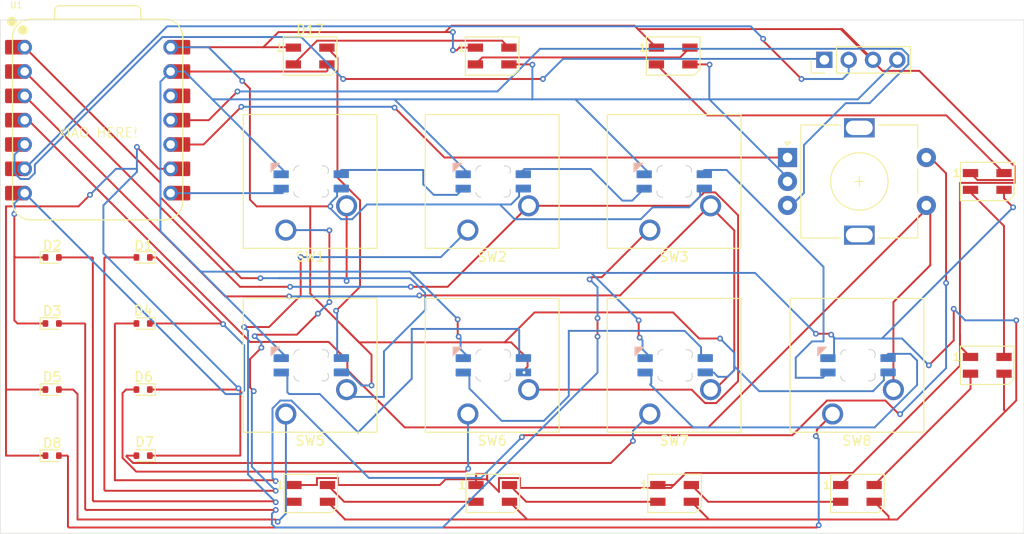
<source format=kicad_pcb>
(kicad_pcb (version 20241229) (generator "pcbnew") (generator_version "9.0")
  (layers (0 "F.Cu" signal) (2 "B.Cu" signal) (13 "F.Paste" user) (15 "B.Paste" user) (5 "F.SilkS" user "F.Silkscreen") (7 "B.SilkS" user "B.Silkscreen") (1 "F.Mask" user) (3 "B.Mask" user) (25 "Edge.Cuts" user))
  (net 0 "")
  (net 1 "Row 1")
  (net 2 "+5V")
  (net 3 "Net-(D1-A)")
  (net 4 "GND")
  (net 5 "Net-(D2-A)")
  (net 6 "Net-(D3-A)")
  (net 7 "Net-(D4-A)")
  (net 8 "Row 2")
  (net 9 "SDA")
  (net 10 "Net-(D5-A)")
  (net 11 "Net-(D6-A)")
  (net 12 "Net-(D7-A)")
  (net 13 "Net-(D8-A)")
  (net 15 "Net-(D20-DOUT)")
  (net 16 "Net-(D10-DIN)")
  (net 17 "Net-(D10-DOUT)")
  (net 18 "Net-(D11-DOUT)")
  (net 19 "Net-(D12-DOUT)")
  (net 20 "Net-(D13-DOUT)")
  (net 21 "Net-(D14-DOUT)")
  (net 22 "Net-(D15-DOUT)")
  (net 23 "Net-(D16-DOUT)")
  (net 24 "Net-(D18-DOUT)")
  (net 25 "Net-(D19-DOUT)")
  (net 26 "SCL")
  (net 27 "Column 1")
  (net 28 "Column 2")
  (net 29 "Column 3")
  (net 30 "Column 4")
  (net 31 "Rotary B")
  (net 32 "Rotary A")
  (net 33 "Net-(D17-DOUT)")
  (net 34 "Net-(D21-DOUT)")
  (net 35 "Net-(D22-DOUT)")
  (net 36 "Net-(D23-DOUT)")
  (net 37 "Net-(D24-DOUT)")
  (footprint "Button_Switch_Keyboard:SW_Cherry_MX_1.00u_PCB" (layer "F.Cu") (at 29.82181 41.143267 180)
    (property "Reference" "SW5")
    (property "Value" "SW_Push")
  )
  (footprint "LED_SMD:LED_SK6812MINI_PLCC4_3.5x3.5mm_P1.75mm" (layer "F.Cu") (at 51.37181 3.763267)
    (property "Reference" "D18" (hide yes))
    (property "Value" "WS2812B")
  )
  (footprint "Button_Switch_Keyboard:SW_Cherry_MX_1.00u_PCB" (layer "F.Cu") (at 29.82181 21.943267 180)
    (property "Reference" "SW1")
    (property "Value" "SW_Push")
  )
  (footprint "LED_SMD:LED_SK6812MINI_PLCC4_3.5x3.5mm_P1.75mm" (layer "F.Cu") (at 51.43181 49.438267)
    (property "Reference" "D24" (hide yes))
    (property "Value" "WS2812B")
  )
  (footprint "Button_Switch_Keyboard:SW_Cherry_MX_1.00u_PCB" (layer "F.Cu") (at 86.92181 41.143267 180)
    (property "Reference" "SW8")
    (property "Value" "SW_Push")
  )
  (footprint "Backlight:MX_SK6812MINI-E_REV" (layer "F.Cu") (at 70.48431 36.063267)
    (property "Reference" "D14" (hide yes))
    (property "Value" "WS2812B" (hide yes))
    (fp_line (start -1.699999 0.702842) (end -1.699999 -0.702842) (stroke (width 0.1)) (layer "Edge.Cuts"))
    (fp_line (start -0.794452 -1.5) (end 0.794452 -1.5) (stroke (width 0.1)) (layer "Edge.Cuts"))
    (fp_line (start 0.794452 1.499999) (end -0.794453 1.499999) (stroke (width 0.1)) (layer "Edge.Cuts"))
    (fp_line (start 1.699999 -0.702842) (end 1.699999 0.702842) (stroke (width 0.1)) (layer "Edge.Cuts"))
    (fp_arc (start -1.749484 -0.91972) (mid -1.712527 -0.814068) (end -1.699999 -0.702842) (stroke (width 0.1)) (layer "Edge.Cuts"))
    (fp_arc (start -1.749484 -0.919719) (mid -1.638072 -1.504035) (end -1.046711 -1.568299) (stroke (width 0.1)) (layer "Edge.Cuts"))
    (fp_arc (start -1.699999 0.702843) (mid -1.712527 0.814068) (end -1.749484 0.91972) (stroke (width 0.1)) (layer "Edge.Cuts"))
    (fp_arc (start -1.046711 1.568298) (mid -1.63807 1.504034) (end -1.749484 0.91972) (stroke (width 0.1)) (layer "Edge.Cuts"))
    (fp_arc (start -1.046711 1.568298) (mid -0.925123 1.517376) (end -0.794453 1.499999) (stroke (width 0.1)) (layer "Edge.Cuts"))
    (fp_arc (start -0.794452 -1.5) (mid -0.925123 -1.517377) (end -1.046711 -1.568299) (stroke (width 0.1)) (layer "Edge.Cuts"))
    (fp_arc (start 0.794453 1.5) (mid 0.925123 1.517377) (end 1.046711 1.568299) (stroke (width 0.1)) (layer "Edge.Cuts"))
    (fp_arc (start 1.04671 -1.568299) (mid 0.925122 -1.517377) (end 0.794452 -1.5) (stroke (width 0.1)) (layer "Edge.Cuts"))
    (fp_arc (start 1.046711 -1.568297) (mid 1.63807 -1.504035) (end 1.749484 -0.91972) (stroke (width 0.1)) (layer "Edge.Cuts"))
    (fp_arc (start 1.699999 -0.702843) (mid 1.712528 -0.814068) (end 1.749484 -0.91972) (stroke (width 0.1)) (layer "Edge.Cuts"))
    (fp_arc (start 1.749484 0.91972) (mid 1.638072 1.504037) (end 1.046711 1.568299) (stroke (width 0.1)) (layer "Edge.Cuts"))
    (fp_arc (start 1.75 0.92) (mid 1.713043 0.814348) (end 1.700515 0.703123) (stroke (width 0.1)) (layer "Edge.Cuts"))
  )
  (footprint "Button_Switch_Keyboard:SW_Cherry_MX_1.00u_PCB" (layer "F.Cu") (at 67.83181 41.143267 180)
    (property "Reference" "SW7")
    (property "Value" "SW_Push")
  )
  (footprint "LED_SMD:LED_SK6812MINI_PLCC4_3.5x3.5mm_P1.75mm" (layer "F.Cu") (at 89.51181 49.438267)
    (property "Reference" "D22" (hide yes))
    (property "Value" "WS2812B")
  )
  (footprint "Diode_SMD:D_SOD-523" (layer "F.Cu") (at 14.92181 45.494767 180)
    (property "Reference" "D7" (hide yes))
    (property "Value" "1N4148WT" (hide yes))
  )
  (footprint "LED_SMD:LED_SK6812MINI_PLCC4_3.5x3.5mm_P1.75mm" (layer "F.Cu") (at 70.42181 49.438267)
    (property "Reference" "D23" (hide yes))
    (property "Value" "WS2812B")
  )
  (footprint "Connector_PinHeader_2.54mm:PinHeader_1x04_P2.54mm_Vertical" (layer "F.Cu") (at 86.06181 4.163267 90)
    (property "Reference" "J1" (hide yes))
    (property "Value" "OLED_DISPLAY")
  )
  (footprint "Diode_SMD:D_SOD-523" (layer "F.Cu") (at 5.42181 31.694767)
    (property "Reference" "D3")
    (property "Value" "1N4148WT" (hide yes))
  )
  (footprint "LED_SMD:LED_SK6812MINI_PLCC4_3.5x3.5mm_P1.75mm" (layer "F.Cu") (at 32.42181 49.438267)
    (property "Reference" "D25" (hide yes))
    (property "Value" "WS2812B")
  )
  (footprint "Button_Switch_Keyboard:SW_Cherry_MX_1.00u_PCB" (layer "F.Cu") (at 48.83181 21.943267 180)
    (property "Reference" "SW2")
    (property "Value" "SW_Push")
  )
  (footprint "Button_Switch_Keyboard:SW_Cherry_MX_1.00u_PCB" (layer "F.Cu") (at 67.83181 21.943267 180)
    (property "Reference" "SW3")
    (property "Value" "SW_Push")
  )
  (footprint "LED_SMD:LED_SK6812MINI_PLCC4_3.5x3.5mm_P1.75mm" (layer "F.Cu") (at 32.36181 3.763267)
    (property "Reference" "D17")
    (property "Value" "WS2812B")
  )
  (footprint "Backlight:MX_SK6812MINI-E_REV" (layer "F.Cu") (at 32.47431 16.863267)
    (property "Reference" "D10" (hide yes))
    (property "Value" "WS2812B" (hide yes))
    (fp_line (start -1.699999 0.702842) (end -1.699999 -0.702842) (stroke (width 0.1)) (layer "Edge.Cuts"))
    (fp_line (start -0.794452 -1.5) (end 0.794452 -1.5) (stroke (width 0.1)) (layer "Edge.Cuts"))
    (fp_line (start 0.794452 1.499999) (end -0.794453 1.499999) (stroke (width 0.1)) (layer "Edge.Cuts"))
    (fp_line (start 1.699999 -0.702842) (end 1.699999 0.702842) (stroke (width 0.1)) (layer "Edge.Cuts"))
    (fp_arc (start -1.749484 -0.91972) (mid -1.712527 -0.814068) (end -1.699999 -0.702842) (stroke (width 0.1)) (layer "Edge.Cuts"))
    (fp_arc (start -1.749484 -0.919719) (mid -1.638072 -1.504035) (end -1.046711 -1.568299) (stroke (width 0.1)) (layer "Edge.Cuts"))
    (fp_arc (start -1.699999 0.702843) (mid -1.712527 0.814068) (end -1.749484 0.91972) (stroke (width 0.1)) (layer "Edge.Cuts"))
    (fp_arc (start -1.046711 1.568298) (mid -1.63807 1.504034) (end -1.749484 0.91972) (stroke (width 0.1)) (layer "Edge.Cuts"))
    (fp_arc (start -1.046711 1.568298) (mid -0.925123 1.517376) (end -0.794453 1.499999) (stroke (width 0.1)) (layer "Edge.Cuts"))
    (fp_arc (start -0.794452 -1.5) (mid -0.925123 -1.517377) (end -1.046711 -1.568299) (stroke (width 0.1)) (layer "Edge.Cuts"))
    (fp_arc (start 0.794453 1.5) (mid 0.925123 1.517377) (end 1.046711 1.568299) (stroke (width 0.1)) (layer "Edge.Cuts"))
    (fp_arc (start 1.04671 -1.568299) (mid 0.925122 -1.517377) (end 0.794452 -1.5) (stroke (width 0.1)) (layer "Edge.Cuts"))
    (fp_arc (start 1.046711 -1.568297) (mid 1.63807 -1.504035) (end 1.749484 -0.91972) (stroke (width 0.1)) (layer "Edge.Cuts"))
    (fp_arc (start 1.699999 -0.702843) (mid 1.712528 -0.814068) (end 1.749484 -0.91972) (stroke (width 0.1)) (layer "Edge.Cuts"))
    (fp_arc (start 1.749484 0.91972) (mid 1.638072 1.504037) (end 1.046711 1.568299) (stroke (width 0.1)) (layer "Edge.Cuts"))
    (fp_arc (start 1.75 0.92) (mid 1.713043 0.814348) (end 1.700515 0.703123) (stroke (width 0.1)) (layer "Edge.Cuts"))
  )
  (footprint "Button_Switch_Keyboard:SW_Cherry_MX_1.00u_PCB" (layer "F.Cu") (at 48.83181 41.143267 180)
    (property "Reference" "SW6")
    (property "Value" "SW_Push")
  )
  (footprint "Rotary_Encoder:RotaryEncoder_Alps_EC11E-Switch_Vertical_H20mm" (layer "F.Cu") (at 82.21181 14.363267)
    (property "Reference" "SW13" (hide yes))
    (property "Value" "RotaryEncoder_Switch")
  )
  (footprint "Diode_SMD:D_SOD-523" (layer "F.Cu") (at 14.92181 38.594767 180)
    (property "Reference" "D6")
    (property "Value" "1N4148WT" (hide yes))
  )
  (footprint "Backlight:MX_SK6812MINI-E_REV" (layer "F.Cu") (at 51.48431 16.863267)
    (property "Reference" "D11" (hide yes))
    (property "Value" "WS2812B" (hide yes))
    (fp_line (start -1.699999 0.702842) (end -1.699999 -0.702842) (stroke (width 0.1)) (layer "Edge.Cuts"))
    (fp_line (start -0.794452 -1.5) (end 0.794452 -1.5) (stroke (width 0.1)) (layer "Edge.Cuts"))
    (fp_line (start 0.794452 1.499999) (end -0.794453 1.499999) (stroke (width 0.1)) (layer "Edge.Cuts"))
    (fp_line (start 1.699999 -0.702842) (end 1.699999 0.702842) (stroke (width 0.1)) (layer "Edge.Cuts"))
    (fp_arc (start -1.749484 -0.91972) (mid -1.712527 -0.814068) (end -1.699999 -0.702842) (stroke (width 0.1)) (layer "Edge.Cuts"))
    (fp_arc (start -1.749484 -0.919719) (mid -1.638072 -1.504035) (end -1.046711 -1.568299) (stroke (width 0.1)) (layer "Edge.Cuts"))
    (fp_arc (start -1.699999 0.702843) (mid -1.712527 0.814068) (end -1.749484 0.91972) (stroke (width 0.1)) (layer "Edge.Cuts"))
    (fp_arc (start -1.046711 1.568298) (mid -1.63807 1.504034) (end -1.749484 0.91972) (stroke (width 0.1)) (layer "Edge.Cuts"))
    (fp_arc (start -1.046711 1.568298) (mid -0.925123 1.517376) (end -0.794453 1.499999) (stroke (width 0.1)) (layer "Edge.Cuts"))
    (fp_arc (start -0.794452 -1.5) (mid -0.925123 -1.517377) (end -1.046711 -1.568299) (stroke (width 0.1)) (layer "Edge.Cuts"))
    (fp_arc (start 0.794453 1.5) (mid 0.925123 1.517377) (end 1.046711 1.568299) (stroke (width 0.1)) (layer "Edge.Cuts"))
    (fp_arc (start 1.04671 -1.568299) (mid 0.925122 -1.517377) (end 0.794452 -1.5) (stroke (width 0.1)) (layer "Edge.Cuts"))
    (fp_arc (start 1.046711 -1.568297) (mid 1.63807 -1.504035) (end 1.749484 -0.91972) (stroke (width 0.1)) (layer "Edge.Cuts"))
    (fp_arc (start 1.699999 -0.702843) (mid 1.712528 -0.814068) (end 1.749484 -0.91972) (stroke (width 0.1)) (layer "Edge.Cuts"))
    (fp_arc (start 1.749484 0.91972) (mid 1.638072 1.504037) (end 1.046711 1.568299) (stroke (width 0.1)) (layer "Edge.Cuts"))
    (fp_arc (start 1.75 0.92) (mid 1.713043 0.814348) (end 1.700515 0.703123) (stroke (width 0.1)) (layer "Edge.Cuts"))
  )
  (footprint "OPL:XIAO-RP2040-DIP" (layer "F.Cu") (at 10.17181 10.463267)
    (property "Reference" "U1")
    (property "Value" "XIAO-RP2040-DIP")
  )
  (footprint "Backlight:MX_SK6812MINI-E_REV" (layer "F.Cu") (at 70.38431 16.863267)
    (property "Reference" "D12" (hide yes))
    (property "Value" "WS2812B" (hide yes))
    (fp_line (start -1.699999 0.702842) (end -1.699999 -0.702842) (stroke (width 0.1)) (layer "Edge.Cuts"))
    (fp_line (start -0.794452 -1.5) (end 0.794452 -1.5) (stroke (width 0.1)) (layer "Edge.Cuts"))
    (fp_line (start 0.794452 1.499999) (end -0.794453 1.499999) (stroke (width 0.1)) (layer "Edge.Cuts"))
    (fp_line (start 1.699999 -0.702842) (end 1.699999 0.702842) (stroke (width 0.1)) (layer "Edge.Cuts"))
    (fp_arc (start -1.749484 -0.91972) (mid -1.712527 -0.814068) (end -1.699999 -0.702842) (stroke (width 0.1)) (layer "Edge.Cuts"))
    (fp_arc (start -1.749484 -0.919719) (mid -1.638072 -1.504035) (end -1.046711 -1.568299) (stroke (width 0.1)) (layer "Edge.Cuts"))
    (fp_arc (start -1.699999 0.702843) (mid -1.712527 0.814068) (end -1.749484 0.91972) (stroke (width 0.1)) (layer "Edge.Cuts"))
    (fp_arc (start -1.046711 1.568298) (mid -1.63807 1.504034) (end -1.749484 0.91972) (stroke (width 0.1)) (layer "Edge.Cuts"))
    (fp_arc (start -1.046711 1.568298) (mid -0.925123 1.517376) (end -0.794453 1.499999) (stroke (width 0.1)) (layer "Edge.Cuts"))
    (fp_arc (start -0.794452 -1.5) (mid -0.925123 -1.517377) (end -1.046711 -1.568299) (stroke (width 0.1)) (layer "Edge.Cuts"))
    (fp_arc (start 0.794453 1.5) (mid 0.925123 1.517377) (end 1.046711 1.568299) (stroke (width 0.1)) (layer "Edge.Cuts"))
    (fp_arc (start 1.04671 -1.568299) (mid 0.925122 -1.517377) (end 0.794452 -1.5) (stroke (width 0.1)) (layer "Edge.Cuts"))
    (fp_arc (start 1.046711 -1.568297) (mid 1.63807 -1.504035) (end 1.749484 -0.91972) (stroke (width 0.1)) (layer "Edge.Cuts"))
    (fp_arc (start 1.699999 -0.702843) (mid 1.712528 -0.814068) (end 1.749484 -0.91972) (stroke (width 0.1)) (layer "Edge.Cuts"))
    (fp_arc (start 1.749484 0.91972) (mid 1.638072 1.504037) (end 1.046711 1.568299) (stroke (width 0.1)) (layer "Edge.Cuts"))
    (fp_arc (start 1.75 0.92) (mid 1.713043 0.814348) (end 1.700515 0.703123) (stroke (width 0.1)) (layer "Edge.Cuts"))
  )
  (footprint "Backlight:MX_SK6812MINI-E_REV" (layer "F.Cu") (at 89.57431 36.063267)
    (property "Reference" "D13" (hide yes))
    (property "Value" "WS2812B" (hide yes))
    (fp_line (start -1.699999 0.702842) (end -1.699999 -0.702842) (stroke (width 0.1)) (layer "Edge.Cuts"))
    (fp_line (start -0.794452 -1.5) (end 0.794452 -1.5) (stroke (width 0.1)) (layer "Edge.Cuts"))
    (fp_line (start 0.794452 1.499999) (end -0.794453 1.499999) (stroke (width 0.1)) (layer "Edge.Cuts"))
    (fp_line (start 1.699999 -0.702842) (end 1.699999 0.702842) (stroke (width 0.1)) (layer "Edge.Cuts"))
    (fp_arc (start -1.749484 -0.91972) (mid -1.712527 -0.814068) (end -1.699999 -0.702842) (stroke (width 0.1)) (layer "Edge.Cuts"))
    (fp_arc (start -1.749484 -0.919719) (mid -1.638072 -1.504035) (end -1.046711 -1.568299) (stroke (width 0.1)) (layer "Edge.Cuts"))
    (fp_arc (start -1.699999 0.702843) (mid -1.712527 0.814068) (end -1.749484 0.91972) (stroke (width 0.1)) (layer "Edge.Cuts"))
    (fp_arc (start -1.046711 1.568298) (mid -1.63807 1.504034) (end -1.749484 0.91972) (stroke (width 0.1)) (layer "Edge.Cuts"))
    (fp_arc (start -1.046711 1.568298) (mid -0.925123 1.517376) (end -0.794453 1.499999) (stroke (width 0.1)) (layer "Edge.Cuts"))
    (fp_arc (start -0.794452 -1.5) (mid -0.925123 -1.517377) (end -1.046711 -1.568299) (stroke (width 0.1)) (layer "Edge.Cuts"))
    (fp_arc (start 0.794453 1.5) (mid 0.925123 1.517377) (end 1.046711 1.568299) (stroke (width 0.1)) (layer "Edge.Cuts"))
    (fp_arc (start 1.04671 -1.568299) (mid 0.925122 -1.517377) (end 0.794452 -1.5) (stroke (width 0.1)) (layer "Edge.Cuts"))
    (fp_arc (start 1.046711 -1.568297) (mid 1.63807 -1.504035) (end 1.749484 -0.91972) (stroke (width 0.1)) (layer "Edge.Cuts"))
    (fp_arc (start 1.699999 -0.702843) (mid 1.712528 -0.814068) (end 1.749484 -0.91972) (stroke (width 0.1)) (layer "Edge.Cuts"))
    (fp_arc (start 1.749484 0.91972) (mid 1.638072 1.504037) (end 1.046711 1.568299) (stroke (width 0.1)) (layer "Edge.Cuts"))
    (fp_arc (start 1.75 0.92) (mid 1.713043 0.814348) (end 1.700515 0.703123) (stroke (width 0.1)) (layer "Edge.Cuts"))
  )
  (footprint "LED_SMD:LED_SK6812MINI_PLCC4_3.5x3.5mm_P1.75mm" (layer "F.Cu") (at 70.27181 3.763267)
    (property "Reference" "D19" (hide yes))
    (property "Value" "WS2812B")
  )
  (footprint "Backlight:MX_SK6812MINI-E_REV" (layer "F.Cu") (at 51.49431 36.063267)
    (property "Reference" "D15" (hide yes))
    (property "Value" "WS2812B" (hide yes))
    (fp_line (start -1.699999 0.702842) (end -1.699999 -0.702842) (stroke (width 0.1)) (layer "Edge.Cuts"))
    (fp_line (start -0.794452 -1.5) (end 0.794452 -1.5) (stroke (width 0.1)) (layer "Edge.Cuts"))
    (fp_line (start 0.794452 1.499999) (end -0.794453 1.499999) (stroke (width 0.1)) (layer "Edge.Cuts"))
    (fp_line (start 1.699999 -0.702842) (end 1.699999 0.702842) (stroke (width 0.1)) (layer "Edge.Cuts"))
    (fp_arc (start -1.749484 -0.91972) (mid -1.712527 -0.814068) (end -1.699999 -0.702842) (stroke (width 0.1)) (layer "Edge.Cuts"))
    (fp_arc (start -1.749484 -0.919719) (mid -1.638072 -1.504035) (end -1.046711 -1.568299) (stroke (width 0.1)) (layer "Edge.Cuts"))
    (fp_arc (start -1.699999 0.702843) (mid -1.712527 0.814068) (end -1.749484 0.91972) (stroke (width 0.1)) (layer "Edge.Cuts"))
    (fp_arc (start -1.046711 1.568298) (mid -1.63807 1.504034) (end -1.749484 0.91972) (stroke (width 0.1)) (layer "Edge.Cuts"))
    (fp_arc (start -1.046711 1.568298) (mid -0.925123 1.517376) (end -0.794453 1.499999) (stroke (width 0.1)) (layer "Edge.Cuts"))
    (fp_arc (start -0.794452 -1.5) (mid -0.925123 -1.517377) (end -1.046711 -1.568299) (stroke (width 0.1)) (layer "Edge.Cuts"))
    (fp_arc (start 0.794453 1.5) (mid 0.925123 1.517377) (end 1.046711 1.568299) (stroke (width 0.1)) (layer "Edge.Cuts"))
    (fp_arc (start 1.04671 -1.568299) (mid 0.925122 -1.517377) (end 0.794452 -1.5) (stroke (width 0.1)) (layer "Edge.Cuts"))
    (fp_arc (start 1.046711 -1.568297) (mid 1.63807 -1.504035) (end 1.749484 -0.91972) (stroke (width 0.1)) (layer "Edge.Cuts"))
    (fp_arc (start 1.699999 -0.702843) (mid 1.712528 -0.814068) (end 1.749484 -0.91972) (stroke (width 0.1)) (layer "Edge.Cuts"))
    (fp_arc (start 1.749484 0.91972) (mid 1.638072 1.504037) (end 1.046711 1.568299) (stroke (width 0.1)) (layer "Edge.Cuts"))
    (fp_arc (start 1.75 0.92) (mid 1.713043 0.814348) (end 1.700515 0.703123) (stroke (width 0.1)) (layer "Edge.Cuts"))
  )
  (footprint "Diode_SMD:D_SOD-523" (layer "F.Cu") (at 5.42181 45.494767)
    (property "Reference" "D8")
    (property "Value" "1N4148WT" (hide yes))
  )
  (footprint "Diode_SMD:D_SOD-523" (layer "F.Cu") (at 5.42181 24.794767)
    (property "Reference" "D2")
    (property "Value" "1N4148WT" (hide yes))
  )
  (footprint "Diode_SMD:D_SOD-523" (layer "F.Cu") (at 5.42181 38.594767)
    (property "Reference" "D5")
    (property "Value" "1N4148WT" (hide yes))
  )
  (footprint "Backlight:MX_SK6812MINI-E_REV" (layer "F.Cu") (at 32.48431 36.063267)
    (property "Reference" "D16" (hide yes))
    (property "Value" "WS2812B" (hide yes))
    (fp_line (start -1.699999 0.702842) (end -1.699999 -0.702842) (stroke (width 0.1)) (layer "Edge.Cuts"))
    (fp_line (start -0.794452 -1.5) (end 0.794452 -1.5) (stroke (width 0.1)) (layer "Edge.Cuts"))
    (fp_line (start 0.794452 1.499999) (end -0.794453 1.499999) (stroke (width 0.1)) (layer "Edge.Cuts"))
    (fp_line (start 1.699999 -0.702842) (end 1.699999 0.702842) (stroke (width 0.1)) (layer "Edge.Cuts"))
    (fp_arc (start -1.749484 -0.91972) (mid -1.712527 -0.814068) (end -1.699999 -0.702842) (stroke (width 0.1)) (layer "Edge.Cuts"))
    (fp_arc (start -1.749484 -0.919719) (mid -1.638072 -1.504035) (end -1.046711 -1.568299) (stroke (width 0.1)) (layer "Edge.Cuts"))
    (fp_arc (start -1.699999 0.702843) (mid -1.712527 0.814068) (end -1.749484 0.91972) (stroke (width 0.1)) (layer "Edge.Cuts"))
    (fp_arc (start -1.046711 1.568298) (mid -1.63807 1.504034) (end -1.749484 0.91972) (stroke (width 0.1)) (layer "Edge.Cuts"))
    (fp_arc (start -1.046711 1.568298) (mid -0.925123 1.517376) (end -0.794453 1.499999) (stroke (width 0.1)) (layer "Edge.Cuts"))
    (fp_arc (start -0.794452 -1.5) (mid -0.925123 -1.517377) (end -1.046711 -1.568299) (stroke (width 0.1)) (layer "Edge.Cuts"))
    (fp_arc (start 0.794453 1.5) (mid 0.925123 1.517377) (end 1.046711 1.568299) (stroke (width 0.1)) (layer "Edge.Cuts"))
    (fp_arc (start 1.04671 -1.568299) (mid 0.925122 -1.517377) (end 0.794452 -1.5) (stroke (width 0.1)) (layer "Edge.Cuts"))
    (fp_arc (start 1.046711 -1.568297) (mid 1.63807 -1.504035) (end 1.749484 -0.91972) (stroke (width 0.1)) (layer "Edge.Cuts"))
    (fp_arc (start 1.699999 -0.702843) (mid 1.712528 -0.814068) (end 1.749484 -0.91972) (stroke (width 0.1)) (layer "Edge.Cuts"))
    (fp_arc (start 1.749484 0.91972) (mid 1.638072 1.504037) (end 1.046711 1.568299) (stroke (width 0.1)) (layer "Edge.Cuts"))
    (fp_arc (start 1.75 0.92) (mid 1.713043 0.814348) (end 1.700515 0.703123) (stroke (width 0.1)) (layer "Edge.Cuts"))
  )
  (footprint "Diode_SMD:D_SOD-523" (layer "F.Cu") (at 14.92181 24.794767 180)
    (property "Reference" "D1" (hide yes))
    (property "Value" "1N4148WT" (hide yes))
  )
  (footprint "LED_SMD:LED_SK6812MINI_PLCC4_3.5x3.5mm_P1.75mm" (layer "F.Cu") (at 103.07181 36.063267)
    (property "Reference" "D21" (hide yes))
    (property "Value" "WS2812B")
  )
  (footprint "Diode_SMD:D_SOD-523" (layer "F.Cu") (at 14.92181 31.694767 180)
    (property "Reference" "D4")
    (property "Value" "1N4148WT" (hide yes))
  )
  (footprint "LED_SMD:LED_SK6812MINI_PLCC4_3.5x3.5mm_P1.75mm" (layer "F.Cu") (at 103.07181 16.863267)
    (property "Reference" "D20" (hide yes))
    (property "Value" "WS2812B")
  )
  (gr_rect (start 0 0) (end 106.9 53.6) (stroke (width 0.05)) (fill no) (layer "Edge.Cuts"))
  (gr_text "D7\n" (at 15.07181 44.063267 0) (layer "F.SilkS") (effects (font (size 1 1))))
  (gr_text "XIAO HERE!" (at 5.87181 12.363267 0) (layer "F.SilkS") (effects (font (size 1 1) (thickness 0.1)) (justify left bottom)))
  (gr_text "D1" (at 14.97181 23.563267 0) (layer "F.SilkS") (effects (font (size 1 1))))
  (segment (start 23.20331 31.694767) (end 23.27181 31.763267) (width 0.2) (layer "F.Cu") (net 1))
  (segment (start 16.30331 24.794767) (end 23.27181 31.763267) (width 0.2) (layer "F.Cu") (net 1))
  (segment (start 1.80331 31.694767) (end 1.47181 31.363267) (width 0.2) (layer "F.Cu") (net 1))
  (segment (start 15.62181 31.694767) (end 23.20331 31.694767) (width 0.2) (layer "F.Cu") (net 1))
  (segment (start 1.47181 31.363267) (end 1.47181 24.663267) (width 0.2) (layer "F.Cu") (net 1))
  (segment (start 1.47181 24.663267) (end 1.47181 20.263267) (width 0.2) (layer "F.Cu") (net 1))
  (segment (start 15.62181 24.794767) (end 16.30331 24.794767) (width 0.2) (layer "F.Cu") (net 1))
  (segment (start 4.72181 31.694767) (end 1.80331 31.694767) (width 0.2) (layer "F.Cu") (net 1))
  (segment (start 1.60331 24.794767) (end 1.47181 24.663267) (width 0.2) (layer "F.Cu") (net 1))
  (segment (start 4.72181 24.794767) (end 1.60331 24.794767) (width 0.2) (layer "F.Cu") (net 1))
  (via (at 23.27181 31.763267) (size 0.6) (drill 0.3) (layers "F.Cu" "B.Cu") (net 1))
  (via (at 1.47181 20.263267) (size 0.6) (drill 0.3) (layers "F.Cu" "B.Cu") (net 1))
  (segment (start 25.47281 33.964267) (end 25.47281 38.71221) (width 0.2) (layer "B.Cu") (net 1))
  (segment (start 23.27181 31.763267) (end 25.47281 33.964267) (width 0.2) (layer "B.Cu") (net 1))
  (segment (start 25.47281 38.71221) (end 25.120753 39.064267) (width 0.2) (layer "B.Cu") (net 1))
  (segment (start 23.53281 39.064267) (end 2.55181 18.083267) (width 0.2) (layer "B.Cu") (net 1))
  (segment (start 1.47181 19.163267) (end 2.55181 18.083267) (width 0.2) (layer "B.Cu") (net 1))
  (segment (start 25.120753 39.064267) (end 23.53281 39.064267) (width 0.2) (layer "B.Cu") (net 1))
  (segment (start 1.47181 20.263267) (end 1.47181 19.163267) (width 0.2) (layer "B.Cu") (net 1))
  (segment (start 32.37181 19.463267) (end 34.47181 19.463267) (width 0.2) (layer "F.Cu") (net 2))
  (segment (start 70.34481 48.563267) (end 68.67181 48.563267) (width 0.2) (layer "F.Cu") (net 2))
  (segment (start 49.68181 47.399767) (end 49.68181 48.563267) (width 0.2) (layer "F.Cu") (net 2))
  (segment (start 33.07081 48.563267) (end 30.67181 48.563267) (width 0.2) (layer "F.Cu") (net 2))
  (segment (start 52.08081 49.272267) (end 50.84531 48.036767) (width 0.2) (layer "F.Cu") (net 2))
  (segment (start 102.04781 16.714267) (end 101.32181 15.988267) (width 0.2) (layer "F.Cu") (net 2))
  (segment (start 105.92281 15.763267) (end 105.92281 16.714267) (width 0.2) (layer "F.Cu") (net 2))
  (segment (start 54.69431 36.577234) (end 55.068778 36.202766) (width 0.2) (layer "F.Cu") (net 2))
  (segment (start 33.07081 47.837267) (end 33.07081 48.563267) (width 0.2) (layer "F.Cu") (net 2))
  (segment (start 71.50831 47.399767) (end 70.04481 48.863267) (width 0.2) (layer "F.Cu") (net 2))
  (segment (start 75.17181 33.263267) (end 72.989401 33.263267) (width 0.2) (layer "F.Cu") (net 2))
  (segment (start 54.28281 48.863267) (end 54.28281 47.837267) (width 0.2) (layer "F.Cu") (net 2))
  (segment (start 30.56681 2.843267) (end 30.61181 2.888267) (width 0.2) (layer "F.Cu") (net 2))
  (segment (start 105.92281 15.262267) (end 105.92281 15.763267) (width 0.2) (layer "F.Cu") (net 2))
  (segment (start 89.01681 47.308267) (end 71.59981 47.308267) (width 0.2) (layer "F.Cu") (net 2))
  (segment (start 47.134077 0.601) (end 66.234543 0.601) (width 0.2) (layer "F.Cu") (net 2))
  (segment (start 32.37181 19.463267) (end 32.37181 28.563267) (width 0.2) (layer "F.Cu") (net 2))
  (segment (start 37.47281 33.664267) (end 35.67181 31.863267) (width 0.2) (layer "F.Cu") (net 2))
  (segment (start 100.22081 32.863267) (end 100.22081 34.087267) (width 0.2) (layer "F.Cu") (net 2))
  (segment (start 18.62681 2.843267) (end 27.47181 2.843267) (width 0.2) (layer "F.Cu") (net 2))
  (segment (start 46.47181 1.263267) (end 47.134077 0.601) (width 0.2) (layer "F.Cu") (net 2))
  (segment (start 54.28281 47.837267) (end 52.08081 47.837267) (width 0.2) (layer "F.Cu") (net 2))
  (segment (start 105.92281 17.012267) (end 100.22081 17.012267) (width 0.2) (layer "F.Cu") (net 2))
  (segment (start 52.67181 33.664267) (end 37.47281 33.664267) (width 0.2) (layer "F.Cu") (net 2))
  (segment (start 70.04481 48.863267) (end 54.28281 48.863267) (width 0.2) (layer "F.Cu") (net 2))
  (segment (start 35.27281 48.563267) (end 35.27281 47.837267) (width 0.2) (layer "F.Cu") (net 2))
  (segment (start 100.22081 32.863267) (end 100.22081 36.104267) (width 0.2) (layer "F.Cu") (net 2))
  (segment (start 53.35928 33.664267) (end 52.67181 33.664267) (width 0.2) (layer "F.Cu") (net 2))
  (segment (start 38.77181 34.963267) (end 38.77181 38.163267) (width 0.2) (layer "F.Cu") (net 2))
  (segment (start 50.84531 48.036767) (end 50.84531 47.399767) (width 0.2) (layer "F.Cu") (net 2))
  (segment (start 66.58431 0.950767) (end 87.77181 0.950767) (width 0.2) (layer "F.Cu") (net 2))
  (segment (start 66.58431 0.950767) (end 68.52181 2.888267) (width 0.2) (layer "F.Cu") (net 2))
  (segment (start 46.47181 1.263267) (end 47.27181 1.263267) (width 0.2) (layer "F.Cu") (net 2))
  (segment (start 25.27181 6.363267) (end 26.07181 7.163267) (width 0.2) (layer "F.Cu") (net 2))
  (segment (start 50.84531 47.963267) (end 46.50831 47.963267) (width 0.2) (layer "F.Cu") (net 2))
  (segment (start 71.59981 47.308267) (end 71.50831 47.399767) (width 0.2) (layer "F.Cu") (net 2))
  (segment (start 50.84531 47.399767) (end 50.84531 47.963267) (width 0.2) (layer "F.Cu") (net 2))
  (segment (start 66.234543 0.601) (end 66.58431 0.950767) (width 0.2) (layer "F.Cu") (net 2))
  (segment (start 95.97481 5.314267) (end 105.92281 15.262267) (width 0.2) (layer "F.Cu") (net 2))
  (segment (start 45.90831 48.563267) (end 35.27281 48.563267) (width 0.2) (layer "F.Cu") (net 2))
  (segment (start 26.07181 7.163267) (end 26.07181 18.763267) (width 0.2) (layer "F.Cu") (net 2))
  (segment (start 89.01681 47.308267) (end 87.76181 48.563267) (width 0.2) (layer "F.Cu") (net 2))
  (segment (start 47.67181 3.163267) (end 47.94681 2.888267) (width 0.2) (layer "F.Cu") (net 2))
  (segment (start 87.92931 0.950767) (end 91.14181 4.163267) (width 0.2) (layer "F.Cu") (net 2))
  (segment (start 100.22081 36.104267) (end 89.01681 47.308267) (width 0.2) (layer "F.Cu") (net 2))
  (segment (start 26.77181 19.463267) (end 32.37181 19.463267) (width 0.2) (layer "F.Cu") (net 2))
  (segment (start 35.67181 31.863267) (end 38.77181 34.963267) (width 0.2) (layer "F.Cu") (net 2))
  (segment (start 54.69431 36.813267) (end 54.69431 36.577234) (width 0.2) (layer "F.Cu") (net 2))
  (segment (start 27.47181 2.843267) (end 30.56681 2.843267) (width 0.2) (layer "F.Cu") (net 2))
  (segment (start 55.068778 35.373765) (end 53.35928 33.664267) (width 0.2) (layer "F.Cu") (net 2))
  (segment (start 87.77181 0.950767) (end 92.13531 5.314267) (width 0.2) (layer "F.Cu") (net 2))
  (segment (start 46.50831 47.963267) (end 45.90831 48.563267) (width 0.2) (layer "F.Cu") (net 2))
  (segment (start 55.797075 30.539002) (end 52.67181 33.664267) (width 0.2) (layer "F.Cu") (net 2))
  (segment (start 92.13531 5.314267) (end 95.97481 5.314267) (width 0.2) (layer "F.Cu") (net 2))
  (segment (start 87.77181 0.950767) (end 87.92931 0.950767) (width 0.2) (layer "F.Cu") (net 2))
  (segment (start 35.27281 47.837267) (end 33.07081 47.837267) (width 0.2) (layer "F.Cu") (net 2))
  (segment (start 32.37181 28.563267) (end 35.67181 31.863267) (width 0.2) (layer "F.Cu") (net 2))
  (segment (start 26.07181 18.763267) (end 26.77181 19.463267) (width 0.2) (layer "F.Cu") (net 2))
  (segment (start 47.27181 3.163267) (end 47.67181 3.163267) (width 0.2) (layer "F.Cu") (net 2))
  (segment (start 29.05181 1.263267) (end 46.47181 1.263267) (width 0.2) (layer "F.Cu") (net 2))
  (segment (start 72.989401 33.263267) (end 70.265136 30.539002) (width 0.2) (layer "F.Cu") (net 2))
  (segment (start 27.47181 2.843267) (end 29.05181 1.263267) (width 0.2) (layer "F.Cu") (net 2))
  (segment (start 100.22081 34.087267) (end 101.32181 35.188267) (width 0.2) (layer "F.Cu") (net 2))
  (segment (start 55.068778 36.202766) (end 55.068778 35.373765) (width 0.2) (layer "F.Cu") (net 2))
  (segment (start 105.92281 16.714267) (end 102.04781 16.714267) (width 0.2) (layer "F.Cu") (net 2))
  (segment (start 100.22081 17.012267) (end 100.22081 32.863267) (width 0.2) (layer "F.Cu") (net 2))
  (segment (start 105.92281 15.763267) (end 105.92281 17.012267) (width 0.2) (layer "F.Cu") (net 2))
  (segment (start 47.94681 2.888267) (end 49.62181 2.888267) (width 0.2) (layer "F.Cu") (net 2))
  (segment (start 50.84531 47.399767) (end 49.68181 47.399767) (width 0.2) (layer "F.Cu") (net 2))
  (segment (start 70.265136 30.539002) (end 55.797075 30.539002) (width 0.2) (layer "F.Cu") (net 2))
  (segment (start 71.50831 47.399767) (end 70.34481 48.563267) (width 0.2) (layer "F.Cu") (net 2))
  (segment (start 52.08081 47.837267) (end 52.08081 49.272267) (width 0.2) (layer "F.Cu") (net 2))
  (via (at 47.27181 1.263267) (size 0.6) (drill 0.3) (layers "F.Cu" "B.Cu") (net 2))
  (via (at 47.27181 3.163267) (size 0.6) (drill 0.3) (layers "F.Cu" "B.Cu") (net 2))
  (via (at 25.27181 6.363267) (size 0.6) (drill 0.3) (layers "F.Cu" "B.Cu") (net 2))
  (via (at 34.47181 19.463267) (size 0.6) (drill 0.3) (layers "F.Cu" "B.Cu") (net 2))
  (via (at 75.17181 33.263267) (size 0.6) (drill 0.3) (layers "F.Cu" "B.Cu") (net 2))
  (via (at 38.77181 38.163267) (size 0.6) (drill 0.3) (layers "F.Cu" "B.Cu") (net 2))
  (via (at 54.69431 36.813267) (size 0.6) (drill 0.3) (layers "F.Cu" "B.Cu") (net 2))
  (segment (start 92.27431 37.619453) (end 92.27431 36.813267) (width 0.2) (layer "B.Cu") (net 2))
  (segment (start 38.77181 38.163267) (end 37.723124 38.163267) (width 0.2) (layer "B.Cu") (net 2))
  (segment (start 52.17181 19.263267) (end 53.71281 20.804267) (width 0.2) (layer "B.Cu") (net 2))
  (segment (start 53.340496 19.263267) (end 54.18431 18.419453) (width 0.2) (layer "B.Cu") (net 2))
  (segment (start 91.17181 38.721953) (end 92.27431 37.619453) (width 0.2) (layer "B.Cu") (net 2))
  (segment (start 34.47181 19.463267) (end 34.47181 19.121953) (width 0.2) (layer "B.Cu") (net 2))
  (segment (start 52.17181 19.263267) (end 53.340496 19.263267) (width 0.2) (layer "B.Cu") (net 2))
  (segment (start 71.940496 19.563267) (end 73.08431 18.419453) (width 0.2) (layer "B.Cu") (net 2))
  (segment (start 34.47181 19.463267) (end 34.47181 19.684581) (width 0.2) (layer "B.Cu") (net 2))
  (segment (start 34.47181 19.121953) (end 35.17431 18.419453) (width 0.2) (layer "B.Cu") (net 2))
  (segment (start 17.79181 2.843267) (end 21.75181 2.843267) (width 0.2) (layer "B.Cu") (net 2))
  (segment (start 21.75181 2.843267) (end 25.27181 6.363267) (width 0.2) (layer "B.Cu") (net 2))
  (segment (start 75.17181 33.263267) (end 76.65281 34.744267) (width 0.2) (layer "B.Cu") (net 2))
  (segment (start 76.65281 36.560737) (end 75.94928 37.264267) (width 0.2) (layer "B.Cu") (net 2))
  (segment (start 79.25281 38.763267) (end 91.17181 38.763267) (width 0.2) (layer "B.Cu") (net 2))
  (segment (start 76.65281 36.163267) (end 76.65281 36.560737) (width 0.2) (layer "B.Cu") (net 2))
  (segment (start 38.293124 19.263267) (end 52.17181 19.263267) (width 0.2) (layer "B.Cu") (net 2))
  (segment (start 68.130496 19.563267) (end 71.940496 19.563267) (width 0.2) (layer "B.Cu") (net 2))
  (segment (start 36.373124 36.813267) (end 35.18431 36.813267) (width 0.2) (layer "B.Cu") (net 2))
  (segment (start 75.94928 37.264267) (end 74.95434 37.264267) (width 0.2) (layer "B.Cu") (net 2))
  (segment (start 36.752124 20.804267) (end 38.293124 19.263267) (width 0.2) (layer "B.Cu") (net 2))
  (segment (start 91.17181 38.763267) (end 91.17181 38.721953) (width 0.2) (layer "B.Cu") (net 2))
  (segment (start 73.08431 18.419453) (end 73.08431 17.613267) (width 0.2) (layer "B.Cu") (net 2))
  (segment (start 47.27181 1.263267) (end 47.27181 3.163267) (width 0.2) (layer "B.Cu") (net 2))
  (segment (start 54.18431 18.419453) (end 54.18431 17.613267) (width 0.2) (layer "B.Cu") (net 2))
  (segment (start 34.47181 19.684581) (end 35.591496 20.804267) (width 0.2) (layer "B.Cu") (net 2))
  (segment (start 66.889496 20.804267) (end 68.130496 19.563267) (width 0.2) (layer "B.Cu") (net 2))
  (segment (start 76.65281 34.744267) (end 76.65281 36.163267) (width 0.2) (layer "B.Cu") (net 2))
  (segment (start 35.591496 20.804267) (end 36.752124 20.804267) (width 0.2) (layer "B.Cu") (net 2))
  (segment (start 53.71281 20.804267) (end 66.889496 20.804267) (width 0.2) (layer "B.Cu") (net 2))
  (segment (start 35.17431 18.419453) (end 35.17431 17.613267) (width 0.2) (layer "B.Cu") (net 2))
  (segment (start 74.50334 36.813267) (end 73.18431 36.813267) (width 0.2) (layer "B.Cu") (net 2))
  (segment (start 37.723124 38.163267) (end 36.373124 36.813267) (width 0.2) (layer "B.Cu") (net 2))
  (segment (start 76.65281 36.163267) (end 79.25281 38.763267) (width 0.2) (layer "B.Cu") (net 2))
  (segment (start 74.95434 37.264267) (end 74.50334 36.813267) (width 0.2) (layer "B.Cu") (net 2))
  (segment (start 26.67181 32.863267) (end 30.97181 32.863267) (width 0.2) (layer "F.Cu") (net 3))
  (segment (start 26.09081 35.402267) (end 27.27181 34.221267) (width 0.2) (layer "F.Cu") (net 3))
  (segment (start 10.94031 24.794767) (end 10.87181 24.863267) (width 0.2) (layer "F.Cu") (net 3))
  (segment (start 10.87181 49.063267) (end 10.97181 49.163267) (width 0.2) (layer "F.Cu") (net 3))
  (segment (start 30.97181 32.863267) (end 33.17181 30.663267) (width 0.2) (layer "F.Cu") (net 3))
  (segment (start 10.97181 49.163267) (end 28.77181 49.163267) (width 0.2) (layer "F.Cu") (net 3))
  (segment (start 14.22181 24.794767) (end 10.94031 24.794767) (width 0.2) (layer "F.Cu") (net 3))
  (segment (start 10.87181 24.863267) (end 10.87181 49.063267) (width 0.2) (layer "F.Cu") (net 3))
  (segment (start 26.09081 38.380267) (end 26.09081 35.402267) (width 0.2) (layer "F.Cu") (net 3))
  (segment (start 34.37181 29.463267) (end 34.37181 21.963267) (width 0.2) (layer "F.Cu") (net 3))
  (segment (start 26.47381 38.763267) (end 26.09081 38.380267) (width 0.2) (layer "F.Cu") (net 3))
  (via (at 27.27181 34.221267) (size 0.6) (drill 0.3) (layers "F.Cu" "B.Cu") (net 3))
  (via (at 34.37181 29.463267) (size 0.6) (drill 0.3) (layers "F.Cu" "B.Cu") (net 3))
  (via (at 26.57181 33.021267) (size 0.6) (drill 0.3) (layers "F.Cu" "B.Cu") (net 3))
  (via (at 33.17181 30.663267) (size 0.6) (drill 0.3) (layers "F.Cu" "B.Cu") (net 3))
  (via (at 34.37181 21.963267) (size 0.6) (drill 0.3) (layers "F.Cu" "B.Cu") (net 3))
  (via (at 28.77181 49.163267) (size 0.6) (drill 0.3) (layers "F.Cu" "B.Cu") (net 3))
  (via (at 26.47381 38.763267) (size 0.6) (drill 0.3) (layers "F.Cu" "B.Cu") (net 3))
  (segment (start 26.27481 46.666267) (end 26.27481 38.778737) (width 0.2) (layer "B.Cu") (net 3))
  (segment (start 28.77181 49.163267) (end 26.27481 46.666267) (width 0.2) (layer "B.Cu") (net 3))
  (segment (start 27.27181 33.721267) (end 26.57181 33.021267) (width 0.2) (layer "B.Cu") (net 3))
  (segment (start 33.17181 30.663267) (end 34.37181 29.463267) (width 0.2) (layer "B.Cu") (net 3))
  (segment (start 26.27481 38.778737) (end 26.45834 38.778737) (width 0.2) (layer "B.Cu") (net 3))
  (segment (start 33.91181 21.963267) (end 33.89181 21.943267) (width 0.2) (layer "B.Cu") (net 3))
  (segment (start 34.37181 21.963267) (end 33.91181 21.963267) (width 0.2) (layer "B.Cu") (net 3))
  (segment (start 33.89181 21.943267) (end 29.82181 21.943267) (width 0.2) (layer "B.Cu") (net 3))
  (segment (start 27.27181 34.221267) (end 27.27181 33.721267) (width 0.2) (layer "B.Cu") (net 3))
  (segment (start 26.45834 38.778737) (end 26.47381 38.763267) (width 0.2) (layer "B.Cu") (net 3))
  (segment (start 18.62681 5.383267) (end 34.05181 5.383267) (width 0.2) (layer "F.Cu") (net 4))
  (segment (start 105.77181 19.563267) (end 104.82181 18.613267) (width 0.2) (layer "F.Cu") (net 4))
  (segment (start 106.1 31.363267) (end 106.1 39.735077) (width 0.2) (layer "F.Cu") (net 4))
  (segment (start 35.97181 52.113267) (end 34.17181 50.313267) (width 0.2) (layer "F.Cu") (net 4))
  (segment (start 55.03181 52.163267) (end 74.02181 52.163267) (width 0.2) (layer "F.Cu") (net 4))
  (segment (start 106.1 39.735077) (end 104.97181 40.863267) (width 0.2) (layer "F.Cu") (net 4))
  (segment (start 92.77181 52.163267) (end 74.02181 52.163267) (width 0.2) (layer "F.Cu") (net 4))
  (segment (start 72.17181 50.313267) (end 74.02181 52.163267) (width 0.2) (layer "F.Cu") (net 4))
  (segment (start 34.17181 4.698267) (end 34.11181 4.638267) (width 0.2) (layer "F.Cu") (net 4))
  (segment (start 104.82181 40.713267) (end 104.97181 40.863267) (width 0.2) (layer "F.Cu") (net 4))
  (segment (start 34.17181 5.263267) (end 34.17181 4.698267) (width 0.2) (layer "F.Cu") (net 4))
  (segment (start 92.77181 51.823267) (end 91.26181 50.313267) (width 0.2) (layer "F.Cu") (net 4))
  (segment (start 35.97181 52.163267) (end 35.97181 52.113267) (width 0.2) (layer "F.Cu") (net 4))
  (segment (start 104.97181 40.863267) (end 93.67181 52.163267) (width 0.2) (layer "F.Cu") (net 4))
  (segment (start 96.97181 36.063267) (end 99.57181 33.463267) (width 0.2) (layer "F.Cu") (net 4))
  (segment (start 53.18181 50.313267) (end 55.03181 52.163267) (width 0.2) (layer "F.Cu") (net 4))
  (segment (start 34.05181 5.383267) (end 34.17181 5.263267) (width 0.2) (layer "F.Cu") (net 4))
  (segment (start 74.07181 4.663267) (end 74.04681 4.638267) (width 0.2) (layer "F.Cu") (net 4))
  (segment (start 47.77181 31.263267) (end 47.77181 32.963267) (width 0.2) (layer "F.Cu") (net 4))
  (segment (start 55.54681 4.638267) (end 53.12181 4.638267) (width 0.2) (layer "F.Cu") (net 4))
  (segment (start 92.77181 52.163267) (end 92.77181 51.823267) (width 0.2) (layer "F.Cu") (net 4))
  (segment (start 93.67181 52.163267) (end 92.77181 52.163267) (width 0.2) (layer "F.Cu") (net 4))
  (segment (start 47.77181 32.963267) (end 47.87181 33.063267) (width 0.2) (layer "F.Cu") (net 4))
  (segment (start 85.17181 32.763267) (end 86.67181 32.763267) (width 0.2) (layer "F.Cu") (net 4))
  (segment (start 55.03181 52.163267) (end 35.97181 52.163267) (width 0.2) (layer "F.Cu") (net 4))
  (segment (start 104.82181 18.613267) (end 104.82181 17.738267) (width 0.2) (layer "F.Cu") (net 4))
  (segment (start 104.82181 36.938267) (end 104.82181 40.713267) (width 0.2) (layer "F.Cu") (net 4))
  (segment (start 99.57181 33.463267) (end 99.57181 30.163267) (width 0.2) (layer "F.Cu") (net 4))
  (segment (start 66.67181 33.063267) (end 66.77181 33.163267) (width 0.2) (layer "F.Cu") (net 4))
  (segment (start 74.04681 4.638267) (end 72.02181 4.638267) (width 0.2) (layer "F.Cu") (net 4))
  (segment (start 86.67181 32.763267) (end 86.77181 32.863267) (width 0.2) (layer "F.Cu") (net 4))
  (segment (start 66.67181 31.363267) (end 66.67181 33.063267) (width 0.2) (layer "F.Cu") (net 4))
  (segment (start 55.57181 4.663267) (end 55.54681 4.638267) (width 0.2) (layer "F.Cu") (net 4))
  (via (at 99.57181 30.163267) (size 0.6) (drill 0.3) (layers "F.Cu" "B.Cu") (net 4))
  (via (at 105.77181 19.563267) (size 0.6) (drill 0.3) (layers "F.Cu" "B.Cu") (net 4))
  (via (at 66.67181 31.363267) (size 0.6) (drill 0.3) (layers "F.Cu" "B.Cu") (net 4))
  (via (at 47.77181 31.263267) (size 0.6) (drill 0.3) (layers "F.Cu" "B.Cu") (net 4))
  (via (at 85.17181 32.763267) (size 0.6) (drill 0.3) (layers "F.Cu" "B.Cu") (net 4))
  (via (at 96.97181 36.063267) (size 0.6) (drill 0.3) (layers "F.Cu" "B.Cu") (net 4))
  (via (at 74.07181 4.663267) (size 0.6) (drill 0.3) (layers "F.Cu" "B.Cu") (net 4))
  (via (at 47.87181 33.063267) (size 0.6) (drill 0.3) (layers "F.Cu" "B.Cu") (net 4))
  (via (at 55.57181 4.663267) (size 0.6) (drill 0.3) (layers "F.Cu" "B.Cu") (net 4))
  (via (at 106.1 31.363267) (size 0.6) (drill 0.3) (layers "F.Cu" "B.Cu") (net 4))
  (via (at 66.77181 33.163267) (size 0.6) (drill 0.3) (layers "F.Cu" "B.Cu") (net 4))
  (via (at 86.77181 32.863267) (size 0.6) (drill 0.3) (layers "F.Cu" "B.Cu") (net 4))
  (segment (start 74.04556 8.287017) (end 82.62181 16.863267) (width 0.2) (layer "B.Cu") (net 4))
  (segment (start 48.07181 33.263267) (end 48.07181 34.390767) (width 0.2) (layer "B.Cu") (net 4))
  (segment (start 55.57181 8.287017) (end 55.57181 4.663267) (width 0.2) (layer "B.Cu") (net 4))
  (segment (start 87.07431 33.165767) (end 87.07431 33.263267) (width 0.2) (layer "B.Cu") (net 4))
  (segment (start 41.07181 8.287017) (end 41.15806 8.287017) (width 0.2) (layer "B.Cu") (net 4))
  (segment (start 61.72181 26.413267) (end 66.67181 31.363267) (width 0.2) (layer "B.Cu") (net 4))
  (segment (start 86.77181 32.863267) (end 87.07431 33.165767) (width 0.2) (layer "B.Cu") (net 4))
  (segment (start 17.79181 5.383267) (end 19.24431 5.383267) (width 0.2) (layer "B.Cu") (net 4))
  (segment (start 48.07181 34.390767) (end 48.99431 35.313267) (width 0.2) (layer "B.Cu") (net 4))
  (segment (start 92.07181 33.263267) (end 105.77181 19.563267) (width 0.2) (layer "B.Cu") (net 4))
  (segment (start 60.05806 8.287017) (end 74.04556 8.287017) (width 0.2) (layer "B.Cu") (net 4))
  (segment (start 20.95306 26.282017) (end 42.79056 26.282017) (width 0.2) (layer "B.Cu") (net 4))
  (segment (start 92.07181 33.263267) (end 94.17181 33.263267) (width 0.2) (layer "B.Cu") (net 4))
  (segment (start 66.77181 33.163267) (end 67.07181 33.463267) (width 0.2) (layer "B.Cu") (net 4))
  (segment (start 22.14806 8.287017) (end 41.07181 8.287017) (width 0.2) (layer "B.Cu") (net 4))
  (segment (start 74.04556 8.287017) (end 74.04556 4.689517) (width 0.2) (layer "B.Cu") (net 4))
  (segment (start 16.72881 22.057767) (end 20.95306 26.282017) (width 0.2) (layer "B.Cu") (net 4))
  (segment (start 17.79181 5.383267) (end 16.72881 6.446267) (width 0.2) (layer "B.Cu") (net 4))
  (segment (start 74.04556 4.689517) (end 74.07181 4.663267) (width 0.2) (layer "B.Cu") (net 4))
  (segment (start 67.07181 34.400767) (end 67.98431 35.313267) (width 0.2) (layer "B.Cu") (net 4))
  (segment (start 99.57181 30.163267) (end 100.77181 31.363267) (width 0.2) (layer "B.Cu") (net 4))
  (segment (start 87.07431 33.263267) (end 87.07431 35.313267) (width 0.2) (layer "B.Cu") (net 4))
  (segment (start 47.87181 33.063267) (end 48.07181 33.263267) (width 0.2) (layer "B.Cu") (net 4))
  (segment (start 74.04556 8.287017) (end 89.55806 8.287017) (width 0.2) (layer "B.Cu") (net 4))
  (segment (start 16.72881 6.446267) (end 16.72881 22.057767) (width 0.2) (layer "B.Cu") (net 4))
  (segment (start 67.07181 33.463267) (end 67.07181 34.400767) (width 0.2) (layer "B.Cu") (net 4))
  (segment (start 19.24431 5.383267) (end 22.14806 8.287017) (width 0.2) (layer "B.Cu") (net 4))
  (segment (start 41.07181 8.287017) (end 55.57181 8.287017) (width 0.2) (layer "B.Cu") (net 4))
  (segment (start 78.82181 26.413267) (end 85.17181 32.763267) (width 0.2) (layer "B.Cu") (net 4))
  (segment (start 22.14806 8.287017) (end 29.97431 16.113267) (width 0.2) (layer "B.Cu") (net 4))
  (segment (start 87.07431 33.263267) (end 92.07181 33.263267) (width 0.2) (layer "B.Cu") (net 4))
  (segment (start 55.57181 8.287017) (end 60.05806 8.287017) (width 0.2) (layer "B.Cu") (net 4))
  (segment (start 94.17181 33.263267) (end 96.97181 36.063267) (width 0.2) (layer "B.Cu") (net 4))
  (segment (start 42.79056 26.282017) (end 42.92181 26.413267) (width 0.2) (layer "B.Cu") (net 4))
  (segment (start 100.77181 31.363267) (end 106.1 31.363267) (width 0.2) (layer "B.Cu") (net 4))
  (segment (start 42.92181 26.413267) (end 47.77181 31.263267) (width 0.2) (layer "B.Cu") (net 4))
  (segment (start 42.92181 26.413267) (end 61.72181 26.413267) (width 0.2) (layer "B.Cu") (net 4))
  (segment (start 20.95306 26.282017) (end 29.98431 35.313267) (width 0.2) (layer "B.Cu") (net 4))
  (segment (start 60.05806 8.287017) (end 67.88431 16.113267) (width 0.2) (layer "B.Cu") (net 4))
  (segment (start 41.15806 8.287017) (end 48.98431 16.113267) (width 0.2) (layer "B.Cu") (net 4))
  (segment (start 61.72181 26.413267) (end 78.82181 26.413267) (width 0.2) (layer "B.Cu") (net 4))
  (segment (start 89.55806 8.287017) (end 93.68181 4.163267) (width 0.2) (layer "B.Cu") (net 4))
  (segment (start 9.77181 50.263267) (end 28.67181 50.263267) (width 0.2) (layer "F.Cu") (net 5))
  (segment (start 28.67181 50.263267) (end 28.77181 50.363267) (width 0.2) (layer "F.Cu") (net 5))
  (segment (start 31.37181 28.763267) (end 31.37181 24.763267) (width 0.2) (layer "F.Cu") (net 5))
  (segment (start 25.47181 32.063267) (end 28.07181 32.063267) (width 0.2) (layer "F.Cu") (net 5))
  (segment (start 9.60331 24.794767) (end 9.67181 24.863267) (width 0.2) (layer "F.Cu") (net 5))
  (segment (start 9.67181 50.163267) (end 9.77181 50.263267) (width 0.2) (layer "F.Cu") (net 5))
  (segment (start 28.07181 32.063267) (end 31.37181 28.763267) (width 0.2) (layer "F.Cu") (net 5))
  (segment (start 9.67181 24.863267) (end 9.67181 50.163267) (width 0.2) (layer "F.Cu") (net 5))
  (segment (start 6.12181 24.794767) (end 9.60331 24.794767) (width 0.2) (layer "F.Cu") (net 5))
  (via (at 31.37181 24.763267) (size 0.6) (drill 0.3) (layers "F.Cu" "B.Cu") (net 5))
  (via (at 28.77181 50.363267) (size 0.6) (drill 0.3) (layers "F.Cu" "B.Cu") (net 5))
  (via (at 25.47181 32.063267) (size 0.6) (drill 0.3) (layers "F.Cu" "B.Cu") (net 5))
  (segment (start 31.37181 24.763267) (end 46.01181 24.763267) (width 0.2) (layer "B.Cu") (net 5))
  (segment (start 46.01181 24.763267) (end 48.83181 21.943267) (width 0.2) (layer "B.Cu") (net 5))
  (segment (start 28.77181 50.363267) (end 25.87381 47.465267) (width 0.2) (layer "B.Cu") (net 5))
  (segment (start 25.87381 47.465267) (end 25.87381 32.465267) (width 0.2) (layer "B.Cu") (net 5))
  (segment (start 25.87381 32.465267) (end 25.47181 32.063267) (width 0.2) (layer "B.Cu") (net 5))
  (segment (start 8.87181 51.063267) (end 8.97181 51.163267) (width 0.2) (layer "F.Cu") (net 6))
  (segment (start 61.77181 26.863267) (end 62.81181 26.863267) (width 0.2) (layer "F.Cu") (net 6))
  (segment (start 62.37181 33.063267) (end 62.37181 31.139002) (width 0.2) (layer "F.Cu") (net 6))
  (segment (start 8.87181 31.763267) (end 8.87181 51.063267) (width 0.2) (layer "F.Cu") (net 6))
  (segment (start 6.12181 31.694767) (end 8.80331 31.694767) (width 0.2) (layer "F.Cu") (net 6))
  (segment (start 62.81181 26.863267) (end 67.73181 21.943267) (width 0.2) (layer "F.Cu") (net 6))
  (segment (start 61.547545 27.087532) (end 61.77181 26.863267) (width 0.2) (layer "F.Cu") (net 6))
  (segment (start 8.80331 31.694767) (end 8.87181 31.763267) (width 0.2) (layer "F.Cu") (net 6))
  (segment (start 8.97181 51.163267) (end 28.77181 51.163267) (width 0.2) (layer "F.Cu") (net 6))
  (via (at 61.547545 27.087532) (size 0.6) (drill 0.3) (layers "F.Cu" "B.Cu") (net 6))
  (via (at 28.77181 51.163267) (size 0.6) (drill 0.3) (layers "F.Cu" "B.Cu") (net 6))
  (via (at 62.37181 33.063267) (size 0.6) (drill 0.3) (layers "F.Cu" "B.Cu") (net 6))
  (via (at 62.37181 31.139002) (size 0.6) (drill 0.3) (layers "F.Cu" "B.Cu") (net 6))
  (segment (start 28.37081 51.564267) (end 28.37081 52.647943) (width 0.2) (layer "B.Cu") (net 6))
  (segment (start 46.202177 53) (end 62.37181 36.830367) (width 0.2) (layer "B.Cu") (net 6))
  (segment (start 28.37081 52.647943) (end 28.722867 53) (width 0.2) (layer "B.Cu") (net 6))
  (segment (start 62.37181 27.911797) (end 61.547545 27.087532) (width 0.2) (layer "B.Cu") (net 6))
  (segment (start 28.722867 53) (end 46.202177 53) (width 0.2) (layer "B.Cu") (net 6))
  (segment (start 62.37181 36.830367) (end 62.37181 33.063267) (width 0.2) (layer "B.Cu") (net 6))
  (segment (start 62.37181 31.139002) (end 62.37181 27.911797) (width 0.2) (layer "B.Cu") (net 6))
  (segment (start 28.77181 51.163267) (end 28.37081 51.564267) (width 0.2) (layer "B.Cu") (net 6))
  (segment (start 11.97181 31.763267) (end 11.97181 48.063267) (width 0.2) (layer "F.Cu") (net 7))
  (segment (start 98.77181 16.013267) (end 97.12181 14.363267) (width 0.2) (layer "F.Cu") (net 7))
  (segment (start 92.429496 39.742267) (end 93.850496 41.163267) (width 0.2) (layer "F.Cu") (net 7))
  (segment (start 82.721496 43.362267) (end 86.341496 39.742267) (width 0.2) (layer "F.Cu") (net 7))
  (segment (start 12.04031 31.694767) (end 11.97181 31.763267) (width 0.2) (layer "F.Cu") (net 7))
  (segment (start 98.77181 27.463267) (end 98.77181 16.013267) (width 0.2) (layer "F.Cu") (net 7))
  (segment (start 54.47181 43.563267) (end 54.67281 43.362267) (width 0.2) (layer "F.Cu") (net 7))
  (segment (start 93.850496 41.163267) (end 93.97181 41.163267) (width 0.2) (layer "F.Cu") (net 7))
  (segment (start 86.341496 39.742267) (end 92.429496 39.742267) (width 0.2) (layer "F.Cu") (net 7))
  (segment (start 14.22181 31.694767) (end 12.04031 31.694767) (width 0.2) (layer "F.Cu") (net 7))
  (segment (start 11.97181 48.063267) (end 28.67181 48.063267) (width 0.2) (layer "F.Cu") (net 7))
  (segment (start 54.67281 43.362267) (end 82.721496 43.362267) (width 0.2) (layer "F.Cu") (net 7))
  (segment (start 28.67181 48.063267) (end 28.77181 48.163267) (width 0.2) (layer "F.Cu") (net 7))
  (via (at 98.77181 27.463267) (size 0.6) (drill 0.3) (layers "F.Cu" "B.Cu") (net 7))
  (via (at 54.47181 43.563267) (size 0.6) (drill 0.3) (layers "F.Cu" "B.Cu") (net 7))
  (via (at 28.77181 48.163267) (size 0.6) (drill 0.3) (layers "F.Cu" "B.Cu") (net 7))
  (via (at 93.97181 41.163267) (size 0.6) (drill 0.3) (layers "F.Cu" "B.Cu") (net 7))
  (segment (start 30.412124 39.742267) (end 38.492124 47.822267) (width 0.2) (layer "B.Cu") (net 7))
  (segment (start 28.43081 40.562953) (end 29.251496 39.742267) (width 0.2) (layer "B.Cu") (net 7))
  (segment (start 93.97181 41.163267) (end 98.77181 36.363267) (width 0.2) (layer "B.Cu") (net 7))
  (segment (start 38.492124 47.822267) (end 50.21281 47.822267) (width 0.2) (layer "B.Cu") (net 7))
  (segment (start 28.77181 48.163267) (end 28.43081 47.822267) (width 0.2) (layer "B.Cu") (net 7))
  (segment (start 28.43081 47.822267) (end 28.43081 40.562953) (width 0.2) (layer "B.Cu") (net 7))
  (segment (start 98.77181 36.363267) (end 98.77181 27.463267) (width 0.2) (layer "B.Cu") (net 7))
  (segment (start 50.21281 47.822267) (end 54.47181 43.563267) (width 0.2) (layer "B.Cu") (net 7))
  (segment (start 29.251496 39.742267) (end 30.412124 39.742267) (width 0.2) (layer "B.Cu") (net 7))
  (segment (start 0.601 38.563267) (end 0.601 19.463267) (width 0.2) (layer "F.Cu") (net 8))
  (segment (start 24.74031 38.594767) (end 24.87181 38.463267) (width 0.2) (layer "F.Cu") (net 8))
  (segment (start 25.07181 38.663267) (end 24.87181 38.463267) (width 0.2) (layer "F.Cu") (net 8))
  (segment (start 4.72181 38.594767) (end 0.6325 38.594767) (width 0.2) (layer "F.Cu") (net 8))
  (segment (start 0.738 45.492457) (end 0.74031 45.494767) (width 0.2) (layer "F.Cu") (net 8))
  (segment (start 18.62681 15.543267) (end 16.55181 15.543267) (width 0.2) (layer "F.Cu") (net 8))
  (segment (start 0.601 45.492457) (end 0.738 45.492457) (width 0.2) (layer "F.Cu") (net 8))
  (segment (start 16.55181 15.543267) (end 14.27181 13.263267) (width 0.2) (layer "F.Cu") (net 8))
  (segment (start 0.6325 38.594767) (end 0.601 38.563267) (width 0.2) (layer "F.Cu") (net 8))
  (segment (start 25.07181 45.463267) (end 25.07181 38.663267) (width 0.2) (layer "F.Cu") (net 8))
  (segment (start 15.62181 38.594767) (end 24.74031 38.594767) (width 0.2) (layer "F.Cu") (net 8))
  (segment (start 0.601 45.492457) (end 0.601 38.563267) (width 0.2) (layer "F.Cu") (net 8))
  (segment (start 25.04031 45.494767) (end 25.07181 45.463267) (width 0.2) (layer "F.Cu") (net 8))
  (segment (start 0.601 19.463267) (end 8.17181 19.463267) (width 0.2) (layer "F.Cu") (net 8))
  (segment (start 4.72181 45.494767) (end 0.74031 45.494767) (width 0.2) (layer "F.Cu") (net 8))
  (segment (start 15.62181 45.494767) (end 25.04031 45.494767) (width 0.2) (layer "F.Cu") (net 8))
  (segment (start 8.17181 19.463267) (end 9.37181 18.263267) (width 0.2) (layer "F.Cu") (net 8))
  (via (at 9.37181 18.263267) (size 0.6) (drill 0.3) (layers "F.Cu" "B.Cu") (net 8))
  (via (at 24.87181 38.463267) (size 0.6) (drill 0.3) (layers "F.Cu" "B.Cu") (net 8))
  (via (at 14.27181 13.263267) (size 0.6) (drill 0.3) (layers "F.Cu" "B.Cu") (net 8))
  (segment (start 9.37181 18.263267) (end 12.09181 15.543267) (width 0.2) (layer "B.Cu") (net 8))
  (segment (start 24.87181 38.463267) (end 10.77181 24.363267) (width 0.2) (layer "B.Cu") (net 8))
  (segment (start 10.77181 24.363267) (end 10.77181 19.363267) (width 0.2) (layer "B.Cu") (net 8))
  (segment (start 12.09181 15.543267) (end 14.27181 15.543267) (width 0.2) (layer "B.Cu") (net 8))
  (segment (start 10.77181 19.363267) (end 14.27181 15.863267) (width 0.2) (layer "B.Cu") (net 8))
  (segment (start 14.27181 13.263267) (end 14.27181 15.543267) (width 0.2) (layer "B.Cu") (net 8))
  (segment (start 14.27181 15.863267) (end 14.27181 15.543267) (width 0.2) (layer "B.Cu") (net 8))
  (segment (start 56.67181 6.163267) (end 35.81281 6.163267) (width 0.2) (layer "F.Cu") (net 9))
  (via (at 56.67181 6.163267) (size 0.6) (drill 0.3) (layers "F.Cu" "B.Cu") (net 9))
  (via (at 35.81281 6.163267) (size 0.6) (drill 0.3) (layers "F.Cu" "B.Cu") (net 9))
  (segment (start 58.77281 4.062267) (end 56.67181 6.163267) (width 0.2) (layer "B.Cu") (net 9))
  (segment (start 2.1115 16.606267) (end 1.48881 15.983577) (width 0.2) (layer "B.Cu") (net 9))
  (segment (start 2.99212 16.606267) (end 2.1115 16.606267) (width 0.2) (layer "B.Cu") (net 9))
  (segment (start 16.9375 1.780267) (end 3.61481 15.102957) (width 0.2) (layer "B.Cu") (net 9))
  (segment (start 85.96081 4.062267) (end 58.77281 4.062267) (width 0.2) (layer "B.Cu") (net 9))
  (segment (start 86.06181 4.163267) (end 85.96081 4.062267) (width 0.2) (layer "B.Cu") (net 9))
  (segment (start 1.48881 15.983577) (end 1.48881 14.066267) (width 0.2) (layer "B.Cu") (net 9))
  (segment (start 35.81281 6.163267) (end 31.42981 1.780267) (width 0.2) (layer "B.Cu") (net 9))
  (segment (start 31.42981 1.780267) (end 16.9375 1.780267) (width 0.2) (layer "B.Cu") (net 9))
  (segment (start 1.48881 14.066267) (end 2.55181 13.003267) (width 0.2) (layer "B.Cu") (net 9))
  (segment (start 3.61481 15.102957) (end 3.61481 15.983577) (width 0.2) (layer "B.Cu") (net 9))
  (segment (start 3.61481 15.983577) (end 2.99212 16.606267) (width 0.2) (layer "B.Cu") (net 9))
  (segment (start 7.60331 38.594767) (end 8.07181 39.063267) (width 0.2) (layer "F.Cu") (net 10))
  (segment (start 8.07181 52.163267) (end 28.736077 52.163267) (width 0.2) (layer "F.Cu") (net 10))
  (segment (start 6.12181 38.594767) (end 7.60331 38.594767) (width 0.2) (layer "F.Cu") (net 10))
  (segment (start 28.736077 52.163267) (end 28.97181 52.399) (width 0.2) (layer "F.Cu") (net 10))
  (segment (start 8.07181 39.063267) (end 8.07181 52.163267) (width 0.2) (layer "F.Cu") (net 10))
  (via (at 28.97181 52.399) (size 0.6) (drill 0.3) (layers "F.Cu" "B.Cu") (net 10))
  (segment (start 28.97181 52.399) (end 29.83181 51.539) (width 0.2) (layer "B.Cu") (net 10))
  (segment (start 29.83181 51.539) (end 29.83181 41.143267) (width 0.2) (layer "B.Cu") (net 10))
  (segment (start 13.14031 38.594767) (end 12.77081 38.964267) (width 0.2) (layer "F.Cu") (net 11))
  (segment (start 12.77081 38.964267) (end 12.77081 45.729367) (width 0.2) (layer "F.Cu") (net 11))
  (segment (start 12.77081 45.729367) (end 14.20471 47.163267) (width 0.2) (layer "F.Cu") (net 11))
  (segment (start 48.57181 47.163267) (end 48.87181 46.863267) (width 0.2) (layer "F.Cu") (net 11))
  (segment (start 14.20471 47.163267) (end 48.57181 47.163267) (width 0.2) (layer "F.Cu") (net 11))
  (segment (start 14.22181 38.594767) (end 13.14031 38.594767) (width 0.2) (layer "F.Cu") (net 11))
  (via (at 48.87181 46.863267) (size 0.6) (drill 0.3) (layers "F.Cu" "B.Cu") (net 11))
  (segment (start 48.84181 46.333267) (end 48.84181 41.143267) (width 0.2) (layer "B.Cu") (net 11))
  (segment (start 48.87181 46.863267) (end 48.87181 46.363267) (width 0.2) (layer "B.Cu") (net 11))
  (segment (start 48.87181 46.363267) (end 48.84181 46.333267) (width 0.2) (layer "B.Cu") (net 11))
  (segment (start 63.77181 46.263267) (end 66.07181 43.963267) (width 0.2) (layer "F.Cu") (net 12))
  (segment (start 13.24031 45.494767) (end 13.17181 45.563267) (width 0.2) (layer "F.Cu") (net 12))
  (segment (start 13.17181 45.563267) (end 13.87181 46.263267) (width 0.2) (layer "F.Cu") (net 12))
  (segment (start 14.22181 45.494767) (end 13.24031 45.494767) (width 0.2) (layer "F.Cu") (net 12))
  (segment (start 13.87181 46.263267) (end 63.77181 46.263267) (width 0.2) (layer "F.Cu") (net 12))
  (via (at 66.07181 43.963267) (size 0.6) (drill 0.3) (layers "F.Cu" "B.Cu") (net 12))
  (segment (start 66.07181 43.963267) (end 66.07181 42.903267) (width 0.2) (layer "B.Cu") (net 12))
  (segment (start 66.07181 42.903267) (end 67.83181 41.143267) (width 0.2) (layer "B.Cu") (net 12))
  (segment (start 7.07181 52.899) (end 7.17181 52.999) (width 0.2) (layer "F.Cu") (net 13))
  (segment (start 7.17181 52.999) (end 85.236077 52.999) (width 0.2) (layer "F.Cu") (net 13))
  (segment (start 6.12181 45.494767) (end 7.00331 45.494767) (width 0.2) (layer "F.Cu") (net 13))
  (segment (start 7.07181 45.563267) (end 7.07181 52.899) (width 0.2) (layer "F.Cu") (net 13))
  (segment (start 7.00331 45.494767) (end 7.07181 45.563267) (width 0.2) (layer "F.Cu") (net 13))
  (segment (start 85.27181 43.363267) (end 85.27181 42.793267) (width 0.2) (layer "F.Cu") (net 13))
  (segment (start 85.17181 43.463267) (end 85.27181 43.363267) (width 0.2) (layer "F.Cu") (net 13))
  (segment (start 85.236077 52.999) (end 85.47181 52.763267) (width 0.2) (layer "F.Cu") (net 13))
  (segment (start 85.27181 42.793267) (end 86.92181 41.143267) (width 0.2) (layer "F.Cu") (net 13))
  (via (at 85.17181 43.463267) (size 0.6) (drill 0.3) (layers "F.Cu" "B.Cu") (net 13))
  (via (at 85.47181 52.763267) (size 0.6) (drill 0.3) (layers "F.Cu" "B.Cu") (net 13))
  (segment (start 85.47181 43.763267) (end 85.17181 43.463267) (width 0.2) (layer "B.Cu") (net 13))
  (segment (start 85.47181 52.763267) (end 85.47181 43.763267) (width 0.2) (layer "B.Cu") (net 13))
  (segment (start 101.04681 17.738267) (end 104.82181 21.513267) (width 0.2) (layer "F.Cu") (net 15))
  (segment (start 104.82181 21.513267) (end 104.82181 35.188267) (width 0.2) (layer "F.Cu") (net 15))
  (segment (start 101.32181 17.738267) (end 101.04681 17.738267) (width 0.2) (layer "F.Cu") (net 15))
  (segment (start 17.79181 18.083267) (end 29.50431 18.083267) (width 0.2) (layer "B.Cu") (net 16))
  (segment (start 35.62531 15.662267) (end 44.17081 15.662267) (width 0.2) (layer "B.Cu") (net 17))
  (segment (start 35.17431 16.113267) (end 35.62531 15.662267) (width 0.2) (layer "B.Cu") (net 17))
  (segment (start 45.27181 18.263267) (end 47.69431 18.263267) (width 0.2) (layer "B.Cu") (net 17))
  (segment (start 44.17081 15.662267) (end 44.17181 15.663267) (width 0.2) (layer "B.Cu") (net 17))
  (segment (start 47.69431 18.263267) (end 48.34431 17.613267) (width 0.2) (layer "B.Cu") (net 17))
  (segment (start 44.17181 15.663267) (end 44.17181 17.163267) (width 0.2) (layer "B.Cu") (net 17))
  (segment (start 44.17181 17.163267) (end 45.27181 18.263267) (width 0.2) (layer "B.Cu") (net 17))
  (segment (start 54.18431 16.113267) (end 54.73431 15.563267) (width 0.2) (layer "B.Cu") (net 18))
  (segment (start 65.99431 18.863267) (end 67.24431 17.613267) (width 0.2) (layer "B.Cu") (net 18))
  (segment (start 61.67181 15.563267) (end 64.97181 18.863267) (width 0.2) (layer "B.Cu") (net 18))
  (segment (start 54.73431 15.563267) (end 61.67181 15.563267) (width 0.2) (layer "B.Cu") (net 18))
  (segment (start 64.97181 18.863267) (end 65.99431 18.863267) (width 0.2) (layer "B.Cu") (net 18))
  (segment (start 83.07181 35.263267) (end 83.07181 37.363267) (width 0.2) (layer "B.Cu") (net 19))
  (segment (start 75.84928 15.662267) (end 85.97331 25.786297) (width 0.2) (layer "B.Cu") (net 19))
  (segment (start 73.53531 15.662267) (end 75.84928 15.662267) (width 0.2) (layer "B.Cu") (net 19))
  (segment (start 85.97331 25.786297) (end 85.97331 33.563267) (width 0.2) (layer "B.Cu") (net 19))
  (segment (start 84.77181 33.563267) (end 83.07181 35.263267) (width 0.2) (layer "B.Cu") (net 19))
  (segment (start 73.08431 16.113267) (end 73.53531 15.662267) (width 0.2) (layer "B.Cu") (net 19))
  (segment (start 85.97331 33.563267) (end 84.77181 33.563267) (width 0.2) (layer "B.Cu") (net 19))
  (segment (start 83.07181 37.363267) (end 85.88431 37.363267) (width 0.2) (layer "B.Cu") (net 19))
  (segment (start 85.88431 37.363267) (end 86.43431 36.813267) (width 0.2) (layer "B.Cu") (net 19))
  (segment (start 95.03928 34.862267) (end 95.74281 35.565797) (width 0.2) (layer "B.Cu") (net 20))
  (segment (start 92.72531 34.862267) (end 95.03928 34.862267) (width 0.2) (layer "B.Cu") (net 20))
  (segment (start 67.87181 38.063267) (end 67.98431 37.950767) (width 0.2) (layer "B.Cu") (net 20))
  (segment (start 95.74281 35.565797) (end 95.74281 38.113581) (width 0.2) (layer "B.Cu") (net 20))
  (segment (start 95.74281 38.113581) (end 91.312124 42.544267) (width 0.2) (layer "B.Cu") (net 20))
  (segment (start 67.98431 37.950767) (end 67.98431 36.813267) (width 0.2) (layer "B.Cu") (net 20))
  (segment (start 91.312124 42.544267) (end 72.35281 42.544267) (width 0.2) (layer "B.Cu") (net 20))
  (segment (start 72.35281 42.544267) (end 67.87181 38.063267) (width 0.2) (layer "B.Cu") (net 20))
  (segment (start 92.27431 35.313267) (end 92.72531 34.862267) (width 0.2) (layer "B.Cu") (net 20))
  (segment (start 71.47181 32.463267) (end 59.37181 32.463267) (width 0.2) (layer "B.Cu") (net 21))
  (segment (start 48.99431 38.485767) (end 48.99431 36.813267) (width 0.2) (layer "B.Cu") (net 21))
  (segment (start 52.37181 41.863267) (end 48.99431 38.485767) (width 0.2) (layer "B.Cu") (net 21))
  (segment (start 59.37181 32.463267) (end 59.37181 39.263267) (width 0.2) (layer "B.Cu") (net 21))
  (segment (start 56.77181 41.863267) (end 52.37181 41.863267) (width 0.2) (layer "B.Cu") (net 21))
  (segment (start 73.18431 35.313267) (end 73.18431 34.175767) (width 0.2) (layer "B.Cu") (net 21))
  (segment (start 73.18431 34.175767) (end 71.47181 32.463267) (width 0.2) (layer "B.Cu") (net 21))
  (segment (start 59.37181 39.263267) (end 56.77181 41.863267) (width 0.2) (layer "B.Cu") (net 21))
  (segment (start 42.97181 37.463267) (end 37.37181 43.063267) (width 0.2) (layer "B.Cu") (net 22))
  (segment (start 33.37181 39.063267) (end 30.17181 39.063267) (width 0.2) (layer "B.Cu") (net 22))
  (segment (start 54.19431 35.313267) (end 54.19431 32.385767) (width 0.2) (layer "B.Cu") (net 22))
  (segment (start 29.98431 38.875767) (end 29.98431 36.813267) (width 0.2) (layer "B.Cu") (net 22))
  (segment (start 54.07181 32.263267) (end 42.97181 32.263267) (width 0.2) (layer "B.Cu") (net 22))
  (segment (start 54.19431 32.385767) (end 54.07181 32.263267) (width 0.2) (layer "B.Cu") (net 22))
  (segment (start 30.17181 39.063267) (end 29.98431 38.875767) (width 0.2) (layer "B.Cu") (net 22))
  (segment (start 42.97181 32.263267) (end 42.97181 37.463267) (width 0.2) (layer "B.Cu") (net 22))
  (segment (start 37.37181 43.063267) (end 33.37181 39.063267) (width 0.2) (layer "B.Cu") (net 22))
  (segment (start 35.21281 16.462953) (end 35.21281 3.989267) (width 0.2) (layer "F.Cu") (net 23))
  (segment (start 37.57281 18.822953) (end 35.21281 16.462953) (width 0.2) (layer "F.Cu") (net 23))
  (segment (start 35.21281 3.989267) (end 34.11181 2.888267) (width 0.2) (layer "F.Cu") (net 23))
  (segment (start 37.57281 27.862267) (end 37.57281 18.822953) (width 0.2) (layer "F.Cu") (net 23))
  (segment (start 35.07181 30.363267) (end 37.57281 27.862267) (width 0.2) (layer "F.Cu") (net 23))
  (via (at 35.07181 30.363267) (size 0.6) (drill 0.3) (layers "F.Cu" "B.Cu") (net 23))
  (segment (start 35.18431 30.475767) (end 35.07181 30.363267) (width 0.2) (layer "B.Cu") (net 23))
  (segment (start 35.18431 35.313267) (end 35.18431 30.475767) (width 0.2) (layer "B.Cu") (net 23))
  (segment (start 49.62181 4.638267) (end 50.34781 3.912267) (width 0.2) (layer "F.Cu") (net 24))
  (segment (start 70.99781 3.912267) (end 72.02181 2.888267) (width 0.2) (layer "F.Cu") (net 24))
  (segment (start 50.34781 3.912267) (end 70.99781 3.912267) (width 0.2) (layer "F.Cu") (net 24))
  (segment (start 73.84581 9.962267) (end 98.79581 9.962267) (width 0.2) (layer "F.Cu") (net 25))
  (segment (start 68.52181 4.638267) (end 73.84581 9.962267) (width 0.2) (layer "F.Cu") (net 25))
  (segment (start 98.79581 9.962267) (end 104.82181 15.988267) (width 0.2) (layer "F.Cu") (net 25))
  (segment (start 79.67181 1.963267) (end 79.67181 2.163267) (width 0.2) (layer "F.Cu") (net 26))
  (segment (start 79.67181 2.163267) (end 83.67181 6.163267) (width 0.2) (layer "F.Cu") (net 26))
  (via (at 83.67181 6.163267) (size 0.6) (drill 0.3) (layers "F.Cu" "B.Cu") (net 26))
  (via (at 79.67181 1.963267) (size 0.6) (drill 0.3) (layers "F.Cu" "B.Cu") (net 26))
  (segment (start 87.97181 6.163267) (end 88.60181 5.533267) (width 0.2) (layer "B.Cu") (net 26))
  (segment (start 88.60181 5.533267) (end 88.60181 4.163267) (width 0.2) (layer "B.Cu") (net 26))
  (segment (start 17.43281 0.662267) (end 78.37081 0.662267) (width 0.2) (layer "B.Cu") (net 26))
  (segment (start 78.37081 0.662267) (end 79.67181 1.963267) (width 0.2) (layer "B.Cu") (net 26))
  (segment (start 2.55181 15.543267) (end 17.43281 0.662267) (width 0.2) (layer "B.Cu") (net 26))
  (segment (start 83.67181 6.163267) (end 87.97181 6.163267) (width 0.2) (layer "B.Cu") (net 26))
  (segment (start 36.17181 27.263267) (end 36.17181 19.403267) (width 0.2) (layer "F.Cu") (net 27))
  (segment (start 2.55181 2.843267) (end 16.72881 17.020267) (width 0.2) (layer "F.Cu") (net 27))
  (segment (start 16.72881 18.523577) (end 25.1685 26.963267) (width 0.2) (layer "F.Cu") (net 27))
  (segment (start 16.72881 17.020267) (end 16.72881 18.523577) (width 0.2) (layer "F.Cu") (net 27))
  (segment (start 25.1685 26.963267) (end 27.17181 26.963267) (width 0.2) (layer "F.Cu") (net 27))
  (via (at 36.17181 27.263267) (size 0.6) (drill 0.3) (layers "F.Cu" "B.Cu") (net 27))
  (via (at 27.17181 26.963267) (size 0.6) (drill 0.3) (layers "F.Cu" "B.Cu") (net 27))
  (segment (start 29.07181 26.963267) (end 35.87181 26.963267) (width 0.2) (layer "B.Cu") (net 27))
  (segment (start 29.07181 26.963267) (end 42.821753 26.963267) (width 0.2) (layer "B.Cu") (net 27))
  (segment (start 35.87181 26.963267) (end 36.17181 27.263267) (width 0.2) (layer "B.Cu") (net 27))
  (segment (start 44.37281 28.514324) (end 44.37281 30.295167) (width 0.2) (layer "B.Cu") (net 27))
  (segment (start 40.07181 34.596167) (end 40.07181 39.363267) (width 0.2) (layer "B.Cu") (net 27))
  (segment (start 27.17181 26.963267) (end 29.07181 26.963267) (width 0.2) (layer "B.Cu") (net 27))
  (segment (start 40.07181 39.363267) (end 36.94181 39.363267) (width 0.2) (layer "B.Cu") (net 27))
  (segment (start 44.37281 30.295167) (end 40.07181 34.596167) (width 0.2) (layer "B.Cu") (net 27))
  (segment (start 36.94181 39.363267) (end 36.18181 38.603267) (width 0.2) (layer "B.Cu") (net 27))
  (segment (start 42.821753 26.963267) (end 44.37281 28.514324) (width 0.2) (layer "B.Cu") (net 27))
  (segment (start 2.55181 5.383267) (end 25.03181 27.863267) (width 0.2) (layer "F.Cu") (net 28))
  (segment (start 46.72181 27.863267) (end 55.18181 19.403267) (width 0.2) (layer "F.Cu") (net 28))
  (segment (start 73.601496 40.004267) (end 72.200496 38.603267) (width 0.2) (layer "F.Cu") (net 28))
  (segment (start 73.501496 18.002267) (end 74.662124 18.002267) (width 0.2) (layer "F.Cu") (net 28))
  (segment (start 25.03181 27.863267) (end 30.27181 27.863267) (width 0.2) (layer "F.Cu") (net 28))
  (segment (start 77.05381 20.393953) (end 77.05381 37.712581) (width 0.2) (layer "F.Cu") (net 28))
  (segment (start 72.200496 38.603267) (end 55.19181 38.603267) (width 0.2) (layer "F.Cu") (net 28))
  (segment (start 42.87181 27.863267) (end 46.72181 27.863267) (width 0.2) (layer "F.Cu") (net 28))
  (segment (start 77.05381 37.712581) (end 74.762124 40.004267) (width 0.2) (layer "F.Cu") (net 28))
  (segment (start 74.762124 40.004267) (end 73.601496 40.004267) (width 0.2) (layer "F.Cu") (net 28))
  (segment (start 55.18181 19.403267) (end 72.100496 19.403267) (width 0.2) (layer "F.Cu") (net 28))
  (segment (start 72.100496 19.403267) (end 73.501496 18.002267) (width 0.2) (layer "F.Cu") (net 28))
  (segment (start 74.662124 18.002267) (end 77.05381 20.393953) (width 0.2) (layer "F.Cu") (net 28))
  (via (at 42.87181 27.863267) (size 0.6) (drill 0.3) (layers "F.Cu" "B.Cu") (net 28))
  (via (at 30.27181 27.863267) (size 0.6) (drill 0.3) (layers "F.Cu" "B.Cu") (net 28))
  (segment (start 30.27181 27.863267) (end 42.87181 27.863267) (width 0.2) (layer "B.Cu") (net 28))
  (segment (start 74.61028 38.603267) (end 74.18181 38.603267) (width 0.2) (layer "F.Cu") (net 29))
  (segment (start 74.08181 19.403267) (end 76.65281 21.974267) (width 0.2) (layer "F.Cu") (net 29))
  (segment (start 64.72181 28.763267) (end 74.08181 19.403267) (width 0.2) (layer "F.Cu") (net 29))
  (segment (start 43.77181 28.763267) (end 64.72181 28.763267) (width 0.2) (layer "F.Cu") (net 29))
  (segment (start 23.49181 28.863267) (end 30.17181 28.863267) (width 0.2) (layer "F.Cu") (net 29))
  (segment (start 76.65281 21.974267) (end 76.65281 36.560737) (width 0.2) (layer "F.Cu") (net 29))
  (segment (start 2.55181 7.923267) (end 23.49181 28.863267) (width 0.2) (layer "F.Cu") (net 29))
  (segment (start 76.65281 36.560737) (end 74.61028 38.603267) (width 0.2) (layer "F.Cu") (net 29))
  (via (at 30.17181 28.863267) (size 0.6) (drill 0.3) (layers "F.Cu" "B.Cu") (net 29))
  (via (at 43.77181 28.763267) (size 0.6) (drill 0.3) (layers "F.Cu" "B.Cu") (net 29))
  (segment (start 30.17181 28.863267) (end 43.67181 28.863267) (width 0.2) (layer "B.Cu") (net 29))
  (segment (start 43.67181 28.863267) (end 43.77181 28.763267) (width 0.2) (layer "B.Cu") (net 29))
  (segment (start 1.71681 10.463267) (end 2.93281 10.463267) (width 0.2) (layer "F.Cu") (net 30))
  (segment (start 97.12181 19.363267) (end 97.12181 25.613267) (width 0.2) (layer "F.Cu") (net 30))
  (segment (start 36.25081 36.560737) (end 42.23434 42.544267) (width 0.2) (layer "F.Cu") (net 30))
  (segment (start 73.94081 42.544267) (end 97.12181 19.363267) (width 0.2) (layer "F.Cu") (net 30))
  (segment (start 42.23434 42.544267) (end 73.94081 42.544267) (width 0.2) (layer "F.Cu") (net 30))
  (segment (start 2.93281 10.463267) (end 26.09081 33.621267) (width 0.2) (layer "F.Cu") (net 30))
  (segment (start 93.27181 29.463267) (end 93.27181 38.603267) (width 0.2) (layer "F.Cu") (net 30))
  (segment (start 36.25081 35.565797) (end 36.25081 36.560737) (width 0.2) (layer "F.Cu") (net 30))
  (segment (start 26.09081 33.621267) (end 34.30628 33.621267) (width 0.2) (layer "F.Cu") (net 30))
  (segment (start 97.12181 25.613267) (end 93.27181 29.463267) (width 0.2) (layer "F.Cu") (net 30))
  (segment (start 34.30628 33.621267) (end 36.25081 35.565797) (width 0.2) (layer "F.Cu") (net 30))
  (segment (start 18.62681 10.463267) (end 21.77181 10.463267) (width 0.2) (layer "F.Cu") (net 31))
  (segment (start 21.77181 10.463267) (end 24.77181 7.463267) (width 0.2) (layer "F.Cu") (net 31))
  (via (at 24.77181 7.463267) (size 0.6) (drill 0.3) (layers "F.Cu" "B.Cu") (net 31))
  (segment (start 94.83281 4.640027) (end 90.78482 8.688017) (width 0.2) (layer "B.Cu") (net 31))
  (segment (start 56.372867 3.012267) (end 94.15857 3.012267) (width 0.2) (layer "B.Cu") (net 31))
  (segment (start 51.921867 7.463267) (end 56.372867 3.012267) (width 0.2) (layer "B.Cu") (net 31))
  (segment (start 24.77181 7.463267) (end 51.921867 7.463267) (width 0.2) (layer "B.Cu") (net 31))
  (segment (start 94.15857 3.012267) (end 94.83281 3.686507) (width 0.2) (layer "B.Cu") (net 31))
  (segment (start 83.92281 18.062267) (end 82.62181 19.363267) (width 0.2) (layer "B.Cu") (net 31))
  (segment (start 83.92281 13.062267) (end 83.92281 18.062267) (width 0.2) (layer "B.Cu") (net 31))
  (segment (start 94.83281 3.686507) (end 94.83281 4.640027) (width 0.2) (layer "B.Cu") (net 31))
  (segment (start 88.29706 8.688017) (end 83.92281 13.062267) (width 0.2) (layer "B.Cu") (net 31))
  (segment (start 90.78482 8.688017) (end 88.29706 8.688017) (width 0.2) (layer "B.Cu") (net 31))
  (segment (start 21.23181 13.003267) (end 25.17181 9.063267) (width 0.2) (layer "F.Cu") (net 32))
  (segment (start 18.62681 13.003267) (end 21.23181 13.003267) (width 0.2) (layer "F.Cu") (net 32))
  (segment (start 41.178795 9.156282) (end 46.38578 14.363267) (width 0.2) (layer "F.Cu") (net 32))
  (segment (start 46.38578 14.363267) (end 82.62181 14.363267) (width 0.2) (layer "F.Cu") (net 32))
  (via (at 25.17181 9.063267) (size 0.6) (drill 0.3) (layers "F.Cu" "B.Cu") (net 32))
  (via (at 41.178795 9.156282) (size 0.6) (drill 0.3) (layers "F.Cu" "B.Cu") (net 32))
  (segment (start 41.08578 9.063267) (end 41.178795 9.156282) (width 0.2) (layer "B.Cu") (net 32))
  (segment (start 25.17181 9.063267) (end 41.08578 9.063267) (width 0.2) (layer "B.Cu") (net 32))
  (segment (start 30.61181 4.638267) (end 33.08781 2.162267) (width 0.2) (layer "F.Cu") (net 33))
  (segment (start 33.08781 2.162267) (end 52.39581 2.162267) (width 0.2) (layer "F.Cu") (net 33))
  (segment (start 52.39581 2.162267) (end 53.12181 2.888267) (width 0.2) (layer "F.Cu") (net 33))
  (segment (start 101.32181 36.938267) (end 101.32181 38.503267) (width 0.2) (layer "F.Cu") (net 34))
  (segment (start 101.32181 38.503267) (end 91.26181 48.563267) (width 0.2) (layer "F.Cu") (net 34))
  (segment (start 87.76181 50.313267) (end 73.92181 50.313267) (width 0.2) (layer "F.Cu") (net 35))
  (segment (start 73.92181 50.313267) (end 72.17181 48.563267) (width 0.2) (layer "F.Cu") (net 35))
  (segment (start 54.93181 50.313267) (end 53.18181 48.563267) (width 0.2) (layer "F.Cu") (net 36))
  (segment (start 68.67181 50.313267) (end 54.93181 50.313267) (width 0.2) (layer "F.Cu") (net 36))
  (segment (start 49.68181 50.313267) (end 35.92181 50.313267) (width 0.2) (layer "F.Cu") (net 37))
  (segment (start 35.92181 50.313267) (end 34.17181 48.563267) (width 0.2) (layer "F.Cu") (net 37))
)
</source>
